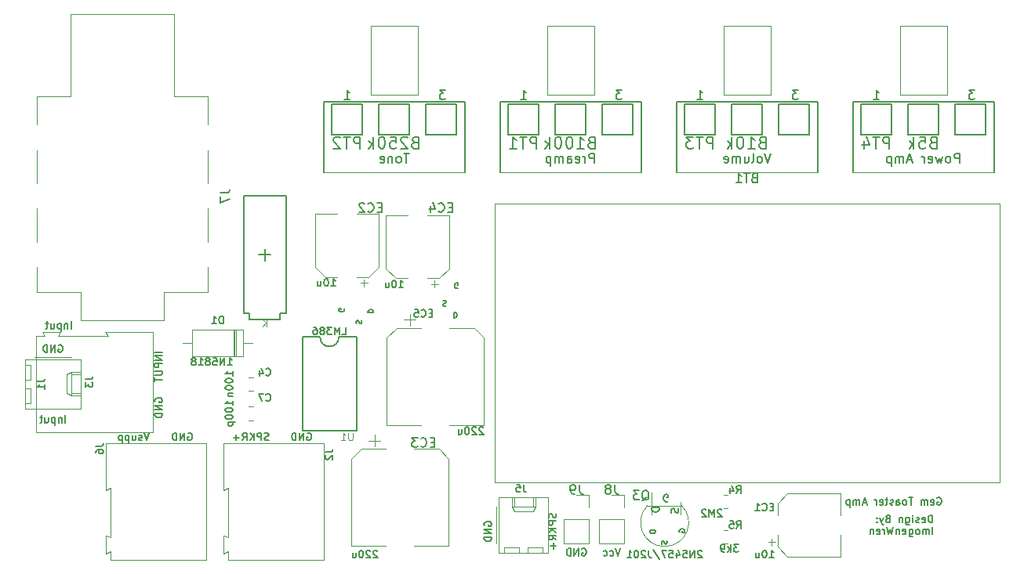
<source format=gbr>
%TF.GenerationSoftware,KiCad,Pcbnew,(6.0.0)*%
%TF.CreationDate,2023-02-02T14:05:37+00:00*%
%TF.ProjectId,GemToasterAmp,47656d54-6f61-4737-9465-72416d702e6b,rev?*%
%TF.SameCoordinates,Original*%
%TF.FileFunction,Legend,Bot*%
%TF.FilePolarity,Positive*%
%FSLAX46Y46*%
G04 Gerber Fmt 4.6, Leading zero omitted, Abs format (unit mm)*
G04 Created by KiCad (PCBNEW (6.0.0)) date 2023-02-02 14:05:37*
%MOMM*%
%LPD*%
G01*
G04 APERTURE LIST*
%ADD10C,0.150000*%
%ADD11C,0.200000*%
%ADD12C,0.101600*%
%ADD13C,0.152400*%
%ADD14C,0.127000*%
%ADD15C,0.125000*%
%ADD16C,0.120000*%
G04 APERTURE END LIST*
D10*
X210532023Y-86077904D02*
X210532023Y-85277904D01*
X210341547Y-85277904D01*
X210227261Y-85316000D01*
X210151071Y-85392190D01*
X210112976Y-85468380D01*
X210074880Y-85620761D01*
X210074880Y-85735047D01*
X210112976Y-85887428D01*
X210151071Y-85963619D01*
X210227261Y-86039809D01*
X210341547Y-86077904D01*
X210532023Y-86077904D01*
X209427261Y-86039809D02*
X209503452Y-86077904D01*
X209655833Y-86077904D01*
X209732023Y-86039809D01*
X209770119Y-85963619D01*
X209770119Y-85658857D01*
X209732023Y-85582666D01*
X209655833Y-85544571D01*
X209503452Y-85544571D01*
X209427261Y-85582666D01*
X209389166Y-85658857D01*
X209389166Y-85735047D01*
X209770119Y-85811238D01*
X209084404Y-86039809D02*
X209008214Y-86077904D01*
X208855833Y-86077904D01*
X208779642Y-86039809D01*
X208741547Y-85963619D01*
X208741547Y-85925523D01*
X208779642Y-85849333D01*
X208855833Y-85811238D01*
X208970119Y-85811238D01*
X209046309Y-85773142D01*
X209084404Y-85696952D01*
X209084404Y-85658857D01*
X209046309Y-85582666D01*
X208970119Y-85544571D01*
X208855833Y-85544571D01*
X208779642Y-85582666D01*
X208398690Y-86077904D02*
X208398690Y-85544571D01*
X208398690Y-85277904D02*
X208436785Y-85316000D01*
X208398690Y-85354095D01*
X208360595Y-85316000D01*
X208398690Y-85277904D01*
X208398690Y-85354095D01*
X207674880Y-85544571D02*
X207674880Y-86192190D01*
X207712976Y-86268380D01*
X207751071Y-86306476D01*
X207827261Y-86344571D01*
X207941547Y-86344571D01*
X208017738Y-86306476D01*
X207674880Y-86039809D02*
X207751071Y-86077904D01*
X207903452Y-86077904D01*
X207979642Y-86039809D01*
X208017738Y-86001714D01*
X208055833Y-85925523D01*
X208055833Y-85696952D01*
X208017738Y-85620761D01*
X207979642Y-85582666D01*
X207903452Y-85544571D01*
X207751071Y-85544571D01*
X207674880Y-85582666D01*
X207293928Y-85544571D02*
X207293928Y-86077904D01*
X207293928Y-85620761D02*
X207255833Y-85582666D01*
X207179642Y-85544571D01*
X207065357Y-85544571D01*
X206989166Y-85582666D01*
X206951071Y-85658857D01*
X206951071Y-86077904D01*
X205693928Y-85658857D02*
X205579642Y-85696952D01*
X205541547Y-85735047D01*
X205503452Y-85811238D01*
X205503452Y-85925523D01*
X205541547Y-86001714D01*
X205579642Y-86039809D01*
X205655833Y-86077904D01*
X205960595Y-86077904D01*
X205960595Y-85277904D01*
X205693928Y-85277904D01*
X205617738Y-85316000D01*
X205579642Y-85354095D01*
X205541547Y-85430285D01*
X205541547Y-85506476D01*
X205579642Y-85582666D01*
X205617738Y-85620761D01*
X205693928Y-85658857D01*
X205960595Y-85658857D01*
X205236785Y-85544571D02*
X205046309Y-86077904D01*
X204855833Y-85544571D02*
X205046309Y-86077904D01*
X205122500Y-86268380D01*
X205160595Y-86306476D01*
X205236785Y-86344571D01*
X204551071Y-86001714D02*
X204512976Y-86039809D01*
X204551071Y-86077904D01*
X204589166Y-86039809D01*
X204551071Y-86001714D01*
X204551071Y-86077904D01*
X204551071Y-85582666D02*
X204512976Y-85620761D01*
X204551071Y-85658857D01*
X204589166Y-85620761D01*
X204551071Y-85582666D01*
X204551071Y-85658857D01*
X210532023Y-87365904D02*
X210532023Y-86565904D01*
X210151071Y-87365904D02*
X210151071Y-86832571D01*
X210151071Y-86908761D02*
X210112976Y-86870666D01*
X210036785Y-86832571D01*
X209922500Y-86832571D01*
X209846309Y-86870666D01*
X209808214Y-86946857D01*
X209808214Y-87365904D01*
X209808214Y-86946857D02*
X209770119Y-86870666D01*
X209693928Y-86832571D01*
X209579642Y-86832571D01*
X209503452Y-86870666D01*
X209465357Y-86946857D01*
X209465357Y-87365904D01*
X208970119Y-87365904D02*
X209046309Y-87327809D01*
X209084404Y-87289714D01*
X209122500Y-87213523D01*
X209122500Y-86984952D01*
X209084404Y-86908761D01*
X209046309Y-86870666D01*
X208970119Y-86832571D01*
X208855833Y-86832571D01*
X208779642Y-86870666D01*
X208741547Y-86908761D01*
X208703452Y-86984952D01*
X208703452Y-87213523D01*
X208741547Y-87289714D01*
X208779642Y-87327809D01*
X208855833Y-87365904D01*
X208970119Y-87365904D01*
X208017738Y-86832571D02*
X208017738Y-87480190D01*
X208055833Y-87556380D01*
X208093928Y-87594476D01*
X208170119Y-87632571D01*
X208284404Y-87632571D01*
X208360595Y-87594476D01*
X208017738Y-87327809D02*
X208093928Y-87365904D01*
X208246309Y-87365904D01*
X208322500Y-87327809D01*
X208360595Y-87289714D01*
X208398690Y-87213523D01*
X208398690Y-86984952D01*
X208360595Y-86908761D01*
X208322500Y-86870666D01*
X208246309Y-86832571D01*
X208093928Y-86832571D01*
X208017738Y-86870666D01*
X207332023Y-87327809D02*
X207408214Y-87365904D01*
X207560595Y-87365904D01*
X207636785Y-87327809D01*
X207674880Y-87251619D01*
X207674880Y-86946857D01*
X207636785Y-86870666D01*
X207560595Y-86832571D01*
X207408214Y-86832571D01*
X207332023Y-86870666D01*
X207293928Y-86946857D01*
X207293928Y-87023047D01*
X207674880Y-87099238D01*
X206951071Y-86832571D02*
X206951071Y-87365904D01*
X206951071Y-86908761D02*
X206912976Y-86870666D01*
X206836785Y-86832571D01*
X206722500Y-86832571D01*
X206646309Y-86870666D01*
X206608214Y-86946857D01*
X206608214Y-87365904D01*
X206303452Y-86565904D02*
X206112976Y-87365904D01*
X205960595Y-86794476D01*
X205808214Y-87365904D01*
X205617738Y-86565904D01*
X205312976Y-87365904D02*
X205312976Y-86832571D01*
X205312976Y-86984952D02*
X205274880Y-86908761D01*
X205236785Y-86870666D01*
X205160595Y-86832571D01*
X205084404Y-86832571D01*
X204512976Y-87327809D02*
X204589166Y-87365904D01*
X204741547Y-87365904D01*
X204817738Y-87327809D01*
X204855833Y-87251619D01*
X204855833Y-86946857D01*
X204817738Y-86870666D01*
X204741547Y-86832571D01*
X204589166Y-86832571D01*
X204512976Y-86870666D01*
X204474880Y-86946857D01*
X204474880Y-87023047D01*
X204855833Y-87099238D01*
X204132023Y-86832571D02*
X204132023Y-87365904D01*
X204132023Y-86908761D02*
X204093928Y-86870666D01*
X204017738Y-86832571D01*
X203903452Y-86832571D01*
X203827261Y-86870666D01*
X203789166Y-86946857D01*
X203789166Y-87365904D01*
D11*
X211060714Y-83420000D02*
X211136904Y-83381904D01*
X211251190Y-83381904D01*
X211365476Y-83420000D01*
X211441666Y-83496190D01*
X211479761Y-83572380D01*
X211517857Y-83724761D01*
X211517857Y-83839047D01*
X211479761Y-83991428D01*
X211441666Y-84067619D01*
X211365476Y-84143809D01*
X211251190Y-84181904D01*
X211175000Y-84181904D01*
X211060714Y-84143809D01*
X211022619Y-84105714D01*
X211022619Y-83839047D01*
X211175000Y-83839047D01*
X210375000Y-84143809D02*
X210451190Y-84181904D01*
X210603571Y-84181904D01*
X210679761Y-84143809D01*
X210717857Y-84067619D01*
X210717857Y-83762857D01*
X210679761Y-83686666D01*
X210603571Y-83648571D01*
X210451190Y-83648571D01*
X210375000Y-83686666D01*
X210336904Y-83762857D01*
X210336904Y-83839047D01*
X210717857Y-83915238D01*
X209994047Y-84181904D02*
X209994047Y-83648571D01*
X209994047Y-83724761D02*
X209955952Y-83686666D01*
X209879761Y-83648571D01*
X209765476Y-83648571D01*
X209689285Y-83686666D01*
X209651190Y-83762857D01*
X209651190Y-84181904D01*
X209651190Y-83762857D02*
X209613095Y-83686666D01*
X209536904Y-83648571D01*
X209422619Y-83648571D01*
X209346428Y-83686666D01*
X209308333Y-83762857D01*
X209308333Y-84181904D01*
X208432142Y-83381904D02*
X207975000Y-83381904D01*
X208203571Y-84181904D02*
X208203571Y-83381904D01*
X207594047Y-84181904D02*
X207670238Y-84143809D01*
X207708333Y-84105714D01*
X207746428Y-84029523D01*
X207746428Y-83800952D01*
X207708333Y-83724761D01*
X207670238Y-83686666D01*
X207594047Y-83648571D01*
X207479761Y-83648571D01*
X207403571Y-83686666D01*
X207365476Y-83724761D01*
X207327380Y-83800952D01*
X207327380Y-84029523D01*
X207365476Y-84105714D01*
X207403571Y-84143809D01*
X207479761Y-84181904D01*
X207594047Y-84181904D01*
X206641666Y-84181904D02*
X206641666Y-83762857D01*
X206679761Y-83686666D01*
X206755952Y-83648571D01*
X206908333Y-83648571D01*
X206984523Y-83686666D01*
X206641666Y-84143809D02*
X206717857Y-84181904D01*
X206908333Y-84181904D01*
X206984523Y-84143809D01*
X207022619Y-84067619D01*
X207022619Y-83991428D01*
X206984523Y-83915238D01*
X206908333Y-83877142D01*
X206717857Y-83877142D01*
X206641666Y-83839047D01*
X206298809Y-84143809D02*
X206222619Y-84181904D01*
X206070238Y-84181904D01*
X205994047Y-84143809D01*
X205955952Y-84067619D01*
X205955952Y-84029523D01*
X205994047Y-83953333D01*
X206070238Y-83915238D01*
X206184523Y-83915238D01*
X206260714Y-83877142D01*
X206298809Y-83800952D01*
X206298809Y-83762857D01*
X206260714Y-83686666D01*
X206184523Y-83648571D01*
X206070238Y-83648571D01*
X205994047Y-83686666D01*
X205727380Y-83648571D02*
X205422619Y-83648571D01*
X205613095Y-83381904D02*
X205613095Y-84067619D01*
X205575000Y-84143809D01*
X205498809Y-84181904D01*
X205422619Y-84181904D01*
X204851190Y-84143809D02*
X204927380Y-84181904D01*
X205079761Y-84181904D01*
X205155952Y-84143809D01*
X205194047Y-84067619D01*
X205194047Y-83762857D01*
X205155952Y-83686666D01*
X205079761Y-83648571D01*
X204927380Y-83648571D01*
X204851190Y-83686666D01*
X204813095Y-83762857D01*
X204813095Y-83839047D01*
X205194047Y-83915238D01*
X204470238Y-84181904D02*
X204470238Y-83648571D01*
X204470238Y-83800952D02*
X204432142Y-83724761D01*
X204394047Y-83686666D01*
X204317857Y-83648571D01*
X204241666Y-83648571D01*
X203403571Y-83953333D02*
X203022619Y-83953333D01*
X203479761Y-84181904D02*
X203213095Y-83381904D01*
X202946428Y-84181904D01*
X202679761Y-84181904D02*
X202679761Y-83648571D01*
X202679761Y-83724761D02*
X202641666Y-83686666D01*
X202565476Y-83648571D01*
X202451190Y-83648571D01*
X202375000Y-83686666D01*
X202336904Y-83762857D01*
X202336904Y-84181904D01*
X202336904Y-83762857D02*
X202298809Y-83686666D01*
X202222619Y-83648571D01*
X202108333Y-83648571D01*
X202032142Y-83686666D01*
X201994047Y-83762857D01*
X201994047Y-84181904D01*
X201613095Y-83648571D02*
X201613095Y-84448571D01*
X201613095Y-83686666D02*
X201536904Y-83648571D01*
X201384523Y-83648571D01*
X201308333Y-83686666D01*
X201270238Y-83724761D01*
X201232142Y-83800952D01*
X201232142Y-84029523D01*
X201270238Y-84105714D01*
X201308333Y-84143809D01*
X201384523Y-84181904D01*
X201536904Y-84181904D01*
X201613095Y-84143809D01*
D12*
%TO.C,U1*%
X147929523Y-76396904D02*
X147929523Y-77044523D01*
X147891428Y-77120714D01*
X147853333Y-77158809D01*
X147777142Y-77196904D01*
X147624761Y-77196904D01*
X147548571Y-77158809D01*
X147510476Y-77120714D01*
X147472380Y-77044523D01*
X147472380Y-76396904D01*
X146672380Y-77196904D02*
X147129523Y-77196904D01*
X146900952Y-77196904D02*
X146900952Y-76396904D01*
X146977142Y-76511190D01*
X147053333Y-76587380D01*
X147129523Y-76625476D01*
D10*
X146767380Y-65766904D02*
X147148333Y-65766904D01*
X147148333Y-64966904D01*
X146500714Y-65766904D02*
X146500714Y-64966904D01*
X146234047Y-65538333D01*
X145967380Y-64966904D01*
X145967380Y-65766904D01*
X145662619Y-64966904D02*
X145167380Y-64966904D01*
X145434047Y-65271666D01*
X145319761Y-65271666D01*
X145243571Y-65309761D01*
X145205476Y-65347857D01*
X145167380Y-65424047D01*
X145167380Y-65614523D01*
X145205476Y-65690714D01*
X145243571Y-65728809D01*
X145319761Y-65766904D01*
X145548333Y-65766904D01*
X145624523Y-65728809D01*
X145662619Y-65690714D01*
X144710238Y-65309761D02*
X144786428Y-65271666D01*
X144824523Y-65233571D01*
X144862619Y-65157380D01*
X144862619Y-65119285D01*
X144824523Y-65043095D01*
X144786428Y-65005000D01*
X144710238Y-64966904D01*
X144557857Y-64966904D01*
X144481666Y-65005000D01*
X144443571Y-65043095D01*
X144405476Y-65119285D01*
X144405476Y-65157380D01*
X144443571Y-65233571D01*
X144481666Y-65271666D01*
X144557857Y-65309761D01*
X144710238Y-65309761D01*
X144786428Y-65347857D01*
X144824523Y-65385952D01*
X144862619Y-65462142D01*
X144862619Y-65614523D01*
X144824523Y-65690714D01*
X144786428Y-65728809D01*
X144710238Y-65766904D01*
X144557857Y-65766904D01*
X144481666Y-65728809D01*
X144443571Y-65690714D01*
X144405476Y-65614523D01*
X144405476Y-65462142D01*
X144443571Y-65385952D01*
X144481666Y-65347857D01*
X144557857Y-65309761D01*
X143719761Y-64966904D02*
X143872142Y-64966904D01*
X143948333Y-65005000D01*
X143986428Y-65043095D01*
X144062619Y-65157380D01*
X144100714Y-65309761D01*
X144100714Y-65614523D01*
X144062619Y-65690714D01*
X144024523Y-65728809D01*
X143948333Y-65766904D01*
X143795952Y-65766904D01*
X143719761Y-65728809D01*
X143681666Y-65690714D01*
X143643571Y-65614523D01*
X143643571Y-65424047D01*
X143681666Y-65347857D01*
X143719761Y-65309761D01*
X143795952Y-65271666D01*
X143948333Y-65271666D01*
X144024523Y-65309761D01*
X144062619Y-65347857D01*
X144100714Y-65424047D01*
D13*
%TO.C,PT1*%
X167791190Y-45659523D02*
X167791190Y-44389523D01*
X167307380Y-44389523D01*
X167186428Y-44450000D01*
X167125952Y-44510476D01*
X167065476Y-44631428D01*
X167065476Y-44812857D01*
X167125952Y-44933809D01*
X167186428Y-44994285D01*
X167307380Y-45054761D01*
X167791190Y-45054761D01*
X166702619Y-44389523D02*
X165976904Y-44389523D01*
X166339761Y-45659523D02*
X166339761Y-44389523D01*
X164888333Y-45659523D02*
X165614047Y-45659523D01*
X165251190Y-45659523D02*
X165251190Y-44389523D01*
X165372142Y-44570952D01*
X165493095Y-44691904D01*
X165614047Y-44752380D01*
D10*
X173687619Y-44994285D02*
X173506190Y-45054761D01*
X173445714Y-45115238D01*
X173385238Y-45236190D01*
X173385238Y-45417619D01*
X173445714Y-45538571D01*
X173506190Y-45599047D01*
X173627142Y-45659523D01*
X174110952Y-45659523D01*
X174110952Y-44389523D01*
X173687619Y-44389523D01*
X173566666Y-44450000D01*
X173506190Y-44510476D01*
X173445714Y-44631428D01*
X173445714Y-44752380D01*
X173506190Y-44873333D01*
X173566666Y-44933809D01*
X173687619Y-44994285D01*
X174110952Y-44994285D01*
X172175714Y-45659523D02*
X172901428Y-45659523D01*
X172538571Y-45659523D02*
X172538571Y-44389523D01*
X172659523Y-44570952D01*
X172780476Y-44691904D01*
X172901428Y-44752380D01*
X171389523Y-44389523D02*
X171268571Y-44389523D01*
X171147619Y-44450000D01*
X171087142Y-44510476D01*
X171026666Y-44631428D01*
X170966190Y-44873333D01*
X170966190Y-45175714D01*
X171026666Y-45417619D01*
X171087142Y-45538571D01*
X171147619Y-45599047D01*
X171268571Y-45659523D01*
X171389523Y-45659523D01*
X171510476Y-45599047D01*
X171570952Y-45538571D01*
X171631428Y-45417619D01*
X171691904Y-45175714D01*
X171691904Y-44873333D01*
X171631428Y-44631428D01*
X171570952Y-44510476D01*
X171510476Y-44450000D01*
X171389523Y-44389523D01*
X170180000Y-44389523D02*
X170059047Y-44389523D01*
X169938095Y-44450000D01*
X169877619Y-44510476D01*
X169817142Y-44631428D01*
X169756666Y-44873333D01*
X169756666Y-45175714D01*
X169817142Y-45417619D01*
X169877619Y-45538571D01*
X169938095Y-45599047D01*
X170059047Y-45659523D01*
X170180000Y-45659523D01*
X170300952Y-45599047D01*
X170361428Y-45538571D01*
X170421904Y-45417619D01*
X170482380Y-45175714D01*
X170482380Y-44873333D01*
X170421904Y-44631428D01*
X170361428Y-44510476D01*
X170300952Y-44450000D01*
X170180000Y-44389523D01*
X169212380Y-45659523D02*
X169212380Y-44389523D01*
X169091428Y-45175714D02*
X168728571Y-45659523D01*
X168728571Y-44812857D02*
X169212380Y-45296666D01*
D14*
X176995666Y-39321619D02*
X176366714Y-39321619D01*
X176705380Y-39708666D01*
X176560238Y-39708666D01*
X176463476Y-39757047D01*
X176415095Y-39805428D01*
X176366714Y-39902190D01*
X176366714Y-40144095D01*
X176415095Y-40240857D01*
X176463476Y-40289238D01*
X176560238Y-40337619D01*
X176850523Y-40337619D01*
X176947285Y-40289238D01*
X176995666Y-40240857D01*
X166079714Y-40337619D02*
X166660285Y-40337619D01*
X166370000Y-40337619D02*
X166370000Y-39321619D01*
X166466761Y-39466761D01*
X166563523Y-39563523D01*
X166660285Y-39611904D01*
D10*
X174021428Y-47188380D02*
X174021428Y-46188380D01*
X173640476Y-46188380D01*
X173545238Y-46236000D01*
X173497619Y-46283619D01*
X173450000Y-46378857D01*
X173450000Y-46521714D01*
X173497619Y-46616952D01*
X173545238Y-46664571D01*
X173640476Y-46712190D01*
X174021428Y-46712190D01*
X173021428Y-47188380D02*
X173021428Y-46521714D01*
X173021428Y-46712190D02*
X172973809Y-46616952D01*
X172926190Y-46569333D01*
X172830952Y-46521714D01*
X172735714Y-46521714D01*
X172021428Y-47140761D02*
X172116666Y-47188380D01*
X172307142Y-47188380D01*
X172402380Y-47140761D01*
X172450000Y-47045523D01*
X172450000Y-46664571D01*
X172402380Y-46569333D01*
X172307142Y-46521714D01*
X172116666Y-46521714D01*
X172021428Y-46569333D01*
X171973809Y-46664571D01*
X171973809Y-46759809D01*
X172450000Y-46855047D01*
X171116666Y-47188380D02*
X171116666Y-46664571D01*
X171164285Y-46569333D01*
X171259523Y-46521714D01*
X171450000Y-46521714D01*
X171545238Y-46569333D01*
X171116666Y-47140761D02*
X171211904Y-47188380D01*
X171450000Y-47188380D01*
X171545238Y-47140761D01*
X171592857Y-47045523D01*
X171592857Y-46950285D01*
X171545238Y-46855047D01*
X171450000Y-46807428D01*
X171211904Y-46807428D01*
X171116666Y-46759809D01*
X170640476Y-47188380D02*
X170640476Y-46521714D01*
X170640476Y-46616952D02*
X170592857Y-46569333D01*
X170497619Y-46521714D01*
X170354761Y-46521714D01*
X170259523Y-46569333D01*
X170211904Y-46664571D01*
X170211904Y-47188380D01*
X170211904Y-46664571D02*
X170164285Y-46569333D01*
X170069047Y-46521714D01*
X169926190Y-46521714D01*
X169830952Y-46569333D01*
X169783333Y-46664571D01*
X169783333Y-47188380D01*
X169307142Y-46521714D02*
X169307142Y-47521714D01*
X169307142Y-46569333D02*
X169211904Y-46521714D01*
X169021428Y-46521714D01*
X168926190Y-46569333D01*
X168878571Y-46616952D01*
X168830952Y-46712190D01*
X168830952Y-46997904D01*
X168878571Y-47093142D01*
X168926190Y-47140761D01*
X169021428Y-47188380D01*
X169211904Y-47188380D01*
X169307142Y-47140761D01*
D13*
%TO.C,PT3*%
X186841190Y-45659523D02*
X186841190Y-44389523D01*
X186357380Y-44389523D01*
X186236428Y-44450000D01*
X186175952Y-44510476D01*
X186115476Y-44631428D01*
X186115476Y-44812857D01*
X186175952Y-44933809D01*
X186236428Y-44994285D01*
X186357380Y-45054761D01*
X186841190Y-45054761D01*
X185752619Y-44389523D02*
X185026904Y-44389523D01*
X185389761Y-45659523D02*
X185389761Y-44389523D01*
X184724523Y-44389523D02*
X183938333Y-44389523D01*
X184361666Y-44873333D01*
X184180238Y-44873333D01*
X184059285Y-44933809D01*
X183998809Y-44994285D01*
X183938333Y-45115238D01*
X183938333Y-45417619D01*
X183998809Y-45538571D01*
X184059285Y-45599047D01*
X184180238Y-45659523D01*
X184543095Y-45659523D01*
X184664047Y-45599047D01*
X184724523Y-45538571D01*
D10*
X192132857Y-44994285D02*
X191951428Y-45054761D01*
X191890952Y-45115238D01*
X191830476Y-45236190D01*
X191830476Y-45417619D01*
X191890952Y-45538571D01*
X191951428Y-45599047D01*
X192072380Y-45659523D01*
X192556190Y-45659523D01*
X192556190Y-44389523D01*
X192132857Y-44389523D01*
X192011904Y-44450000D01*
X191951428Y-44510476D01*
X191890952Y-44631428D01*
X191890952Y-44752380D01*
X191951428Y-44873333D01*
X192011904Y-44933809D01*
X192132857Y-44994285D01*
X192556190Y-44994285D01*
X190620952Y-45659523D02*
X191346666Y-45659523D01*
X190983809Y-45659523D02*
X190983809Y-44389523D01*
X191104761Y-44570952D01*
X191225714Y-44691904D01*
X191346666Y-44752380D01*
X189834761Y-44389523D02*
X189713809Y-44389523D01*
X189592857Y-44450000D01*
X189532380Y-44510476D01*
X189471904Y-44631428D01*
X189411428Y-44873333D01*
X189411428Y-45175714D01*
X189471904Y-45417619D01*
X189532380Y-45538571D01*
X189592857Y-45599047D01*
X189713809Y-45659523D01*
X189834761Y-45659523D01*
X189955714Y-45599047D01*
X190016190Y-45538571D01*
X190076666Y-45417619D01*
X190137142Y-45175714D01*
X190137142Y-44873333D01*
X190076666Y-44631428D01*
X190016190Y-44510476D01*
X189955714Y-44450000D01*
X189834761Y-44389523D01*
X188867142Y-45659523D02*
X188867142Y-44389523D01*
X188746190Y-45175714D02*
X188383333Y-45659523D01*
X188383333Y-44812857D02*
X188867142Y-45296666D01*
D14*
X196045666Y-39321619D02*
X195416714Y-39321619D01*
X195755380Y-39708666D01*
X195610238Y-39708666D01*
X195513476Y-39757047D01*
X195465095Y-39805428D01*
X195416714Y-39902190D01*
X195416714Y-40144095D01*
X195465095Y-40240857D01*
X195513476Y-40289238D01*
X195610238Y-40337619D01*
X195900523Y-40337619D01*
X195997285Y-40289238D01*
X196045666Y-40240857D01*
X185129714Y-40337619D02*
X185710285Y-40337619D01*
X185420000Y-40337619D02*
X185420000Y-39321619D01*
X185516761Y-39466761D01*
X185613523Y-39563523D01*
X185710285Y-39611904D01*
D10*
X193095238Y-46188380D02*
X192761904Y-47188380D01*
X192428571Y-46188380D01*
X191952380Y-47188380D02*
X192047619Y-47140761D01*
X192095238Y-47093142D01*
X192142857Y-46997904D01*
X192142857Y-46712190D01*
X192095238Y-46616952D01*
X192047619Y-46569333D01*
X191952380Y-46521714D01*
X191809523Y-46521714D01*
X191714285Y-46569333D01*
X191666666Y-46616952D01*
X191619047Y-46712190D01*
X191619047Y-46997904D01*
X191666666Y-47093142D01*
X191714285Y-47140761D01*
X191809523Y-47188380D01*
X191952380Y-47188380D01*
X191047619Y-47188380D02*
X191142857Y-47140761D01*
X191190476Y-47045523D01*
X191190476Y-46188380D01*
X190238095Y-46521714D02*
X190238095Y-47188380D01*
X190666666Y-46521714D02*
X190666666Y-47045523D01*
X190619047Y-47140761D01*
X190523809Y-47188380D01*
X190380952Y-47188380D01*
X190285714Y-47140761D01*
X190238095Y-47093142D01*
X189761904Y-47188380D02*
X189761904Y-46521714D01*
X189761904Y-46616952D02*
X189714285Y-46569333D01*
X189619047Y-46521714D01*
X189476190Y-46521714D01*
X189380952Y-46569333D01*
X189333333Y-46664571D01*
X189333333Y-47188380D01*
X189333333Y-46664571D02*
X189285714Y-46569333D01*
X189190476Y-46521714D01*
X189047619Y-46521714D01*
X188952380Y-46569333D01*
X188904761Y-46664571D01*
X188904761Y-47188380D01*
X188047619Y-47140761D02*
X188142857Y-47188380D01*
X188333333Y-47188380D01*
X188428571Y-47140761D01*
X188476190Y-47045523D01*
X188476190Y-46664571D01*
X188428571Y-46569333D01*
X188333333Y-46521714D01*
X188142857Y-46521714D01*
X188047619Y-46569333D01*
X188000000Y-46664571D01*
X188000000Y-46759809D01*
X188476190Y-46855047D01*
D13*
%TO.C,PT4*%
X205891190Y-45659523D02*
X205891190Y-44389523D01*
X205407380Y-44389523D01*
X205286428Y-44450000D01*
X205225952Y-44510476D01*
X205165476Y-44631428D01*
X205165476Y-44812857D01*
X205225952Y-44933809D01*
X205286428Y-44994285D01*
X205407380Y-45054761D01*
X205891190Y-45054761D01*
X204802619Y-44389523D02*
X204076904Y-44389523D01*
X204439761Y-45659523D02*
X204439761Y-44389523D01*
X203109285Y-44812857D02*
X203109285Y-45659523D01*
X203411666Y-44329047D02*
X203714047Y-45236190D01*
X202927857Y-45236190D01*
D10*
X210578095Y-44994285D02*
X210396666Y-45054761D01*
X210336190Y-45115238D01*
X210275714Y-45236190D01*
X210275714Y-45417619D01*
X210336190Y-45538571D01*
X210396666Y-45599047D01*
X210517619Y-45659523D01*
X211001428Y-45659523D01*
X211001428Y-44389523D01*
X210578095Y-44389523D01*
X210457142Y-44450000D01*
X210396666Y-44510476D01*
X210336190Y-44631428D01*
X210336190Y-44752380D01*
X210396666Y-44873333D01*
X210457142Y-44933809D01*
X210578095Y-44994285D01*
X211001428Y-44994285D01*
X209126666Y-44389523D02*
X209731428Y-44389523D01*
X209791904Y-44994285D01*
X209731428Y-44933809D01*
X209610476Y-44873333D01*
X209308095Y-44873333D01*
X209187142Y-44933809D01*
X209126666Y-44994285D01*
X209066190Y-45115238D01*
X209066190Y-45417619D01*
X209126666Y-45538571D01*
X209187142Y-45599047D01*
X209308095Y-45659523D01*
X209610476Y-45659523D01*
X209731428Y-45599047D01*
X209791904Y-45538571D01*
X208521904Y-45659523D02*
X208521904Y-44389523D01*
X208400952Y-45175714D02*
X208038095Y-45659523D01*
X208038095Y-44812857D02*
X208521904Y-45296666D01*
D14*
X215095666Y-39321619D02*
X214466714Y-39321619D01*
X214805380Y-39708666D01*
X214660238Y-39708666D01*
X214563476Y-39757047D01*
X214515095Y-39805428D01*
X214466714Y-39902190D01*
X214466714Y-40144095D01*
X214515095Y-40240857D01*
X214563476Y-40289238D01*
X214660238Y-40337619D01*
X214950523Y-40337619D01*
X215047285Y-40289238D01*
X215095666Y-40240857D01*
X204179714Y-40337619D02*
X204760285Y-40337619D01*
X204470000Y-40337619D02*
X204470000Y-39321619D01*
X204566761Y-39466761D01*
X204663523Y-39563523D01*
X204760285Y-39611904D01*
D10*
X213454761Y-47188380D02*
X213454761Y-46188380D01*
X213073809Y-46188380D01*
X212978571Y-46236000D01*
X212930952Y-46283619D01*
X212883333Y-46378857D01*
X212883333Y-46521714D01*
X212930952Y-46616952D01*
X212978571Y-46664571D01*
X213073809Y-46712190D01*
X213454761Y-46712190D01*
X212311904Y-47188380D02*
X212407142Y-47140761D01*
X212454761Y-47093142D01*
X212502380Y-46997904D01*
X212502380Y-46712190D01*
X212454761Y-46616952D01*
X212407142Y-46569333D01*
X212311904Y-46521714D01*
X212169047Y-46521714D01*
X212073809Y-46569333D01*
X212026190Y-46616952D01*
X211978571Y-46712190D01*
X211978571Y-46997904D01*
X212026190Y-47093142D01*
X212073809Y-47140761D01*
X212169047Y-47188380D01*
X212311904Y-47188380D01*
X211645238Y-46521714D02*
X211454761Y-47188380D01*
X211264285Y-46712190D01*
X211073809Y-47188380D01*
X210883333Y-46521714D01*
X210121428Y-47140761D02*
X210216666Y-47188380D01*
X210407142Y-47188380D01*
X210502380Y-47140761D01*
X210550000Y-47045523D01*
X210550000Y-46664571D01*
X210502380Y-46569333D01*
X210407142Y-46521714D01*
X210216666Y-46521714D01*
X210121428Y-46569333D01*
X210073809Y-46664571D01*
X210073809Y-46759809D01*
X210550000Y-46855047D01*
X209645238Y-47188380D02*
X209645238Y-46521714D01*
X209645238Y-46712190D02*
X209597619Y-46616952D01*
X209550000Y-46569333D01*
X209454761Y-46521714D01*
X209359523Y-46521714D01*
X208311904Y-46902666D02*
X207835714Y-46902666D01*
X208407142Y-47188380D02*
X208073809Y-46188380D01*
X207740476Y-47188380D01*
X207407142Y-47188380D02*
X207407142Y-46521714D01*
X207407142Y-46616952D02*
X207359523Y-46569333D01*
X207264285Y-46521714D01*
X207121428Y-46521714D01*
X207026190Y-46569333D01*
X206978571Y-46664571D01*
X206978571Y-47188380D01*
X206978571Y-46664571D02*
X206930952Y-46569333D01*
X206835714Y-46521714D01*
X206692857Y-46521714D01*
X206597619Y-46569333D01*
X206550000Y-46664571D01*
X206550000Y-47188380D01*
X206073809Y-46521714D02*
X206073809Y-47521714D01*
X206073809Y-46569333D02*
X205978571Y-46521714D01*
X205788095Y-46521714D01*
X205692857Y-46569333D01*
X205645238Y-46616952D01*
X205597619Y-46712190D01*
X205597619Y-46997904D01*
X205645238Y-47093142D01*
X205692857Y-47140761D01*
X205788095Y-47188380D01*
X205978571Y-47188380D01*
X206073809Y-47140761D01*
D13*
%TO.C,PT2*%
X148741190Y-45659523D02*
X148741190Y-44389523D01*
X148257380Y-44389523D01*
X148136428Y-44450000D01*
X148075952Y-44510476D01*
X148015476Y-44631428D01*
X148015476Y-44812857D01*
X148075952Y-44933809D01*
X148136428Y-44994285D01*
X148257380Y-45054761D01*
X148741190Y-45054761D01*
X147652619Y-44389523D02*
X146926904Y-44389523D01*
X147289761Y-45659523D02*
X147289761Y-44389523D01*
X146564047Y-44510476D02*
X146503571Y-44450000D01*
X146382619Y-44389523D01*
X146080238Y-44389523D01*
X145959285Y-44450000D01*
X145898809Y-44510476D01*
X145838333Y-44631428D01*
X145838333Y-44752380D01*
X145898809Y-44933809D01*
X146624523Y-45659523D01*
X145838333Y-45659523D01*
D10*
X154637619Y-44994285D02*
X154456190Y-45054761D01*
X154395714Y-45115238D01*
X154335238Y-45236190D01*
X154335238Y-45417619D01*
X154395714Y-45538571D01*
X154456190Y-45599047D01*
X154577142Y-45659523D01*
X155060952Y-45659523D01*
X155060952Y-44389523D01*
X154637619Y-44389523D01*
X154516666Y-44450000D01*
X154456190Y-44510476D01*
X154395714Y-44631428D01*
X154395714Y-44752380D01*
X154456190Y-44873333D01*
X154516666Y-44933809D01*
X154637619Y-44994285D01*
X155060952Y-44994285D01*
X153851428Y-44510476D02*
X153790952Y-44450000D01*
X153670000Y-44389523D01*
X153367619Y-44389523D01*
X153246666Y-44450000D01*
X153186190Y-44510476D01*
X153125714Y-44631428D01*
X153125714Y-44752380D01*
X153186190Y-44933809D01*
X153911904Y-45659523D01*
X153125714Y-45659523D01*
X151976666Y-44389523D02*
X152581428Y-44389523D01*
X152641904Y-44994285D01*
X152581428Y-44933809D01*
X152460476Y-44873333D01*
X152158095Y-44873333D01*
X152037142Y-44933809D01*
X151976666Y-44994285D01*
X151916190Y-45115238D01*
X151916190Y-45417619D01*
X151976666Y-45538571D01*
X152037142Y-45599047D01*
X152158095Y-45659523D01*
X152460476Y-45659523D01*
X152581428Y-45599047D01*
X152641904Y-45538571D01*
X151130000Y-44389523D02*
X151009047Y-44389523D01*
X150888095Y-44450000D01*
X150827619Y-44510476D01*
X150767142Y-44631428D01*
X150706666Y-44873333D01*
X150706666Y-45175714D01*
X150767142Y-45417619D01*
X150827619Y-45538571D01*
X150888095Y-45599047D01*
X151009047Y-45659523D01*
X151130000Y-45659523D01*
X151250952Y-45599047D01*
X151311428Y-45538571D01*
X151371904Y-45417619D01*
X151432380Y-45175714D01*
X151432380Y-44873333D01*
X151371904Y-44631428D01*
X151311428Y-44510476D01*
X151250952Y-44450000D01*
X151130000Y-44389523D01*
X150162380Y-45659523D02*
X150162380Y-44389523D01*
X150041428Y-45175714D02*
X149678571Y-45659523D01*
X149678571Y-44812857D02*
X150162380Y-45296666D01*
D14*
X157945666Y-39321619D02*
X157316714Y-39321619D01*
X157655380Y-39708666D01*
X157510238Y-39708666D01*
X157413476Y-39757047D01*
X157365095Y-39805428D01*
X157316714Y-39902190D01*
X157316714Y-40144095D01*
X157365095Y-40240857D01*
X157413476Y-40289238D01*
X157510238Y-40337619D01*
X157800523Y-40337619D01*
X157897285Y-40289238D01*
X157945666Y-40240857D01*
X147029714Y-40337619D02*
X147610285Y-40337619D01*
X147320000Y-40337619D02*
X147320000Y-39321619D01*
X147416761Y-39466761D01*
X147513523Y-39563523D01*
X147610285Y-39611904D01*
D10*
X154019047Y-46188380D02*
X153447619Y-46188380D01*
X153733333Y-47188380D02*
X153733333Y-46188380D01*
X152971428Y-47188380D02*
X153066666Y-47140761D01*
X153114285Y-47093142D01*
X153161904Y-46997904D01*
X153161904Y-46712190D01*
X153114285Y-46616952D01*
X153066666Y-46569333D01*
X152971428Y-46521714D01*
X152828571Y-46521714D01*
X152733333Y-46569333D01*
X152685714Y-46616952D01*
X152638095Y-46712190D01*
X152638095Y-46997904D01*
X152685714Y-47093142D01*
X152733333Y-47140761D01*
X152828571Y-47188380D01*
X152971428Y-47188380D01*
X152209523Y-46521714D02*
X152209523Y-47188380D01*
X152209523Y-46616952D02*
X152161904Y-46569333D01*
X152066666Y-46521714D01*
X151923809Y-46521714D01*
X151828571Y-46569333D01*
X151780952Y-46664571D01*
X151780952Y-47188380D01*
X150923809Y-47140761D02*
X151019047Y-47188380D01*
X151209523Y-47188380D01*
X151304761Y-47140761D01*
X151352380Y-47045523D01*
X151352380Y-46664571D01*
X151304761Y-46569333D01*
X151209523Y-46521714D01*
X151019047Y-46521714D01*
X150923809Y-46569333D01*
X150876190Y-46664571D01*
X150876190Y-46759809D01*
X151352380Y-46855047D01*
%TO.C,Q2*%
X158846857Y-63355571D02*
X158846857Y-63955571D01*
X158989714Y-63955571D01*
X159075428Y-63927000D01*
X159132571Y-63869857D01*
X159161142Y-63812714D01*
X159189714Y-63698428D01*
X159189714Y-63612714D01*
X159161142Y-63498428D01*
X159132571Y-63441285D01*
X159075428Y-63384142D01*
X158989714Y-63355571D01*
X158846857Y-63355571D01*
X157689571Y-62114142D02*
X157775285Y-62085571D01*
X157918142Y-62085571D01*
X157975285Y-62114142D01*
X158003857Y-62142714D01*
X158032428Y-62199857D01*
X158032428Y-62257000D01*
X158003857Y-62314142D01*
X157975285Y-62342714D01*
X157918142Y-62371285D01*
X157803857Y-62399857D01*
X157746714Y-62428428D01*
X157718142Y-62457000D01*
X157689571Y-62514142D01*
X157689571Y-62571285D01*
X157718142Y-62628428D01*
X157746714Y-62657000D01*
X157803857Y-62685571D01*
X157946714Y-62685571D01*
X158032428Y-62657000D01*
X159288142Y-60752000D02*
X159231000Y-60780571D01*
X159145285Y-60780571D01*
X159059571Y-60752000D01*
X159002428Y-60694857D01*
X158973857Y-60637714D01*
X158945285Y-60523428D01*
X158945285Y-60437714D01*
X158973857Y-60323428D01*
X159002428Y-60266285D01*
X159059571Y-60209142D01*
X159145285Y-60180571D01*
X159202428Y-60180571D01*
X159288142Y-60209142D01*
X159316714Y-60237714D01*
X159316714Y-60437714D01*
X159202428Y-60437714D01*
%TO.C,Q1*%
X148347142Y-64560428D02*
X148318571Y-64474714D01*
X148318571Y-64331857D01*
X148347142Y-64274714D01*
X148375714Y-64246142D01*
X148432857Y-64217571D01*
X148490000Y-64217571D01*
X148547142Y-64246142D01*
X148575714Y-64274714D01*
X148604285Y-64331857D01*
X148632857Y-64446142D01*
X148661428Y-64503285D01*
X148690000Y-64531857D01*
X148747142Y-64560428D01*
X148804285Y-64560428D01*
X148861428Y-64531857D01*
X148890000Y-64503285D01*
X148918571Y-64446142D01*
X148918571Y-64303285D01*
X148890000Y-64217571D01*
X146985000Y-62961857D02*
X147013571Y-63019000D01*
X147013571Y-63104714D01*
X146985000Y-63190428D01*
X146927857Y-63247571D01*
X146870714Y-63276142D01*
X146756428Y-63304714D01*
X146670714Y-63304714D01*
X146556428Y-63276142D01*
X146499285Y-63247571D01*
X146442142Y-63190428D01*
X146413571Y-63104714D01*
X146413571Y-63047571D01*
X146442142Y-62961857D01*
X146470714Y-62933285D01*
X146670714Y-62933285D01*
X146670714Y-63047571D01*
X149588571Y-63403142D02*
X150188571Y-63403142D01*
X150188571Y-63260285D01*
X150160000Y-63174571D01*
X150102857Y-63117428D01*
X150045714Y-63088857D01*
X149931428Y-63060285D01*
X149845714Y-63060285D01*
X149731428Y-63088857D01*
X149674285Y-63117428D01*
X149617142Y-63174571D01*
X149588571Y-63260285D01*
X149588571Y-63403142D01*
%TO.C,J5*%
X166382666Y-81984904D02*
X166382666Y-82556333D01*
X166420761Y-82670619D01*
X166496952Y-82746809D01*
X166611238Y-82784904D01*
X166687428Y-82784904D01*
X165620761Y-81984904D02*
X166001714Y-81984904D01*
X166039809Y-82365857D01*
X166001714Y-82327761D01*
X165925523Y-82289666D01*
X165735047Y-82289666D01*
X165658857Y-82327761D01*
X165620761Y-82365857D01*
X165582666Y-82442047D01*
X165582666Y-82632523D01*
X165620761Y-82708714D01*
X165658857Y-82746809D01*
X165735047Y-82784904D01*
X165925523Y-82784904D01*
X166001714Y-82746809D01*
X166039809Y-82708714D01*
X169868809Y-85111190D02*
X169906904Y-85225476D01*
X169906904Y-85415952D01*
X169868809Y-85492142D01*
X169830714Y-85530238D01*
X169754523Y-85568333D01*
X169678333Y-85568333D01*
X169602142Y-85530238D01*
X169564047Y-85492142D01*
X169525952Y-85415952D01*
X169487857Y-85263571D01*
X169449761Y-85187380D01*
X169411666Y-85149285D01*
X169335476Y-85111190D01*
X169259285Y-85111190D01*
X169183095Y-85149285D01*
X169145000Y-85187380D01*
X169106904Y-85263571D01*
X169106904Y-85454047D01*
X169145000Y-85568333D01*
X169906904Y-85911190D02*
X169106904Y-85911190D01*
X169106904Y-86215952D01*
X169145000Y-86292142D01*
X169183095Y-86330238D01*
X169259285Y-86368333D01*
X169373571Y-86368333D01*
X169449761Y-86330238D01*
X169487857Y-86292142D01*
X169525952Y-86215952D01*
X169525952Y-85911190D01*
X169906904Y-86711190D02*
X169106904Y-86711190D01*
X169906904Y-87168333D02*
X169449761Y-86825476D01*
X169106904Y-87168333D02*
X169564047Y-86711190D01*
X169906904Y-87968333D02*
X169525952Y-87701666D01*
X169906904Y-87511190D02*
X169106904Y-87511190D01*
X169106904Y-87815952D01*
X169145000Y-87892142D01*
X169183095Y-87930238D01*
X169259285Y-87968333D01*
X169373571Y-87968333D01*
X169449761Y-87930238D01*
X169487857Y-87892142D01*
X169525952Y-87815952D01*
X169525952Y-87511190D01*
X169602142Y-88311190D02*
X169602142Y-88920714D01*
X169906904Y-88615952D02*
X169297380Y-88615952D01*
X162160000Y-86425476D02*
X162121904Y-86349285D01*
X162121904Y-86235000D01*
X162160000Y-86120714D01*
X162236190Y-86044523D01*
X162312380Y-86006428D01*
X162464761Y-85968333D01*
X162579047Y-85968333D01*
X162731428Y-86006428D01*
X162807619Y-86044523D01*
X162883809Y-86120714D01*
X162921904Y-86235000D01*
X162921904Y-86311190D01*
X162883809Y-86425476D01*
X162845714Y-86463571D01*
X162579047Y-86463571D01*
X162579047Y-86311190D01*
X162921904Y-86806428D02*
X162121904Y-86806428D01*
X162921904Y-87263571D01*
X162121904Y-87263571D01*
X162921904Y-87644523D02*
X162121904Y-87644523D01*
X162121904Y-87835000D01*
X162160000Y-87949285D01*
X162236190Y-88025476D01*
X162312380Y-88063571D01*
X162464761Y-88101666D01*
X162579047Y-88101666D01*
X162731428Y-88063571D01*
X162807619Y-88025476D01*
X162883809Y-87949285D01*
X162921904Y-87835000D01*
X162921904Y-87644523D01*
%TO.C,J8*%
X176228333Y-82002380D02*
X176228333Y-82716666D01*
X176275952Y-82859523D01*
X176371190Y-82954761D01*
X176514047Y-83002380D01*
X176609285Y-83002380D01*
X175609285Y-82430952D02*
X175704523Y-82383333D01*
X175752142Y-82335714D01*
X175799761Y-82240476D01*
X175799761Y-82192857D01*
X175752142Y-82097619D01*
X175704523Y-82050000D01*
X175609285Y-82002380D01*
X175418809Y-82002380D01*
X175323571Y-82050000D01*
X175275952Y-82097619D01*
X175228333Y-82192857D01*
X175228333Y-82240476D01*
X175275952Y-82335714D01*
X175323571Y-82383333D01*
X175418809Y-82430952D01*
X175609285Y-82430952D01*
X175704523Y-82478571D01*
X175752142Y-82526190D01*
X175799761Y-82621428D01*
X175799761Y-82811904D01*
X175752142Y-82907142D01*
X175704523Y-82954761D01*
X175609285Y-83002380D01*
X175418809Y-83002380D01*
X175323571Y-82954761D01*
X175275952Y-82907142D01*
X175228333Y-82811904D01*
X175228333Y-82621428D01*
X175275952Y-82526190D01*
X175323571Y-82478571D01*
X175418809Y-82430952D01*
X176847380Y-88886904D02*
X176580714Y-89686904D01*
X176314047Y-88886904D01*
X175704523Y-89648809D02*
X175780714Y-89686904D01*
X175933095Y-89686904D01*
X176009285Y-89648809D01*
X176047380Y-89610714D01*
X176085476Y-89534523D01*
X176085476Y-89305952D01*
X176047380Y-89229761D01*
X176009285Y-89191666D01*
X175933095Y-89153571D01*
X175780714Y-89153571D01*
X175704523Y-89191666D01*
X175018809Y-89648809D02*
X175095000Y-89686904D01*
X175247380Y-89686904D01*
X175323571Y-89648809D01*
X175361666Y-89610714D01*
X175399761Y-89534523D01*
X175399761Y-89305952D01*
X175361666Y-89229761D01*
X175323571Y-89191666D01*
X175247380Y-89153571D01*
X175095000Y-89153571D01*
X175018809Y-89191666D01*
%TO.C,J9*%
X172418333Y-82002380D02*
X172418333Y-82716666D01*
X172465952Y-82859523D01*
X172561190Y-82954761D01*
X172704047Y-83002380D01*
X172799285Y-83002380D01*
X171894523Y-83002380D02*
X171704047Y-83002380D01*
X171608809Y-82954761D01*
X171561190Y-82907142D01*
X171465952Y-82764285D01*
X171418333Y-82573809D01*
X171418333Y-82192857D01*
X171465952Y-82097619D01*
X171513571Y-82050000D01*
X171608809Y-82002380D01*
X171799285Y-82002380D01*
X171894523Y-82050000D01*
X171942142Y-82097619D01*
X171989761Y-82192857D01*
X171989761Y-82430952D01*
X171942142Y-82526190D01*
X171894523Y-82573809D01*
X171799285Y-82621428D01*
X171608809Y-82621428D01*
X171513571Y-82573809D01*
X171465952Y-82526190D01*
X171418333Y-82430952D01*
X172694523Y-88925000D02*
X172770714Y-88886904D01*
X172885000Y-88886904D01*
X172999285Y-88925000D01*
X173075476Y-89001190D01*
X173113571Y-89077380D01*
X173151666Y-89229761D01*
X173151666Y-89344047D01*
X173113571Y-89496428D01*
X173075476Y-89572619D01*
X172999285Y-89648809D01*
X172885000Y-89686904D01*
X172808809Y-89686904D01*
X172694523Y-89648809D01*
X172656428Y-89610714D01*
X172656428Y-89344047D01*
X172808809Y-89344047D01*
X172313571Y-89686904D02*
X172313571Y-88886904D01*
X171856428Y-89686904D01*
X171856428Y-88886904D01*
X171475476Y-89686904D02*
X171475476Y-88886904D01*
X171285000Y-88886904D01*
X171170714Y-88925000D01*
X171094523Y-89001190D01*
X171056428Y-89077380D01*
X171018333Y-89229761D01*
X171018333Y-89344047D01*
X171056428Y-89496428D01*
X171094523Y-89572619D01*
X171170714Y-89648809D01*
X171285000Y-89686904D01*
X171475476Y-89686904D01*
%TO.C,J3*%
X119068904Y-70599333D02*
X119640333Y-70599333D01*
X119754619Y-70561238D01*
X119830809Y-70485047D01*
X119868904Y-70370761D01*
X119868904Y-70294571D01*
X119068904Y-70904095D02*
X119068904Y-71399333D01*
X119373666Y-71132666D01*
X119373666Y-71246952D01*
X119411761Y-71323142D01*
X119449857Y-71361238D01*
X119526047Y-71399333D01*
X119716523Y-71399333D01*
X119792714Y-71361238D01*
X119830809Y-71323142D01*
X119868904Y-71246952D01*
X119868904Y-71018380D01*
X119830809Y-70942190D01*
X119792714Y-70904095D01*
X117519285Y-65131904D02*
X117519285Y-64331904D01*
X117138333Y-64598571D02*
X117138333Y-65131904D01*
X117138333Y-64674761D02*
X117100238Y-64636666D01*
X117024047Y-64598571D01*
X116909761Y-64598571D01*
X116833571Y-64636666D01*
X116795476Y-64712857D01*
X116795476Y-65131904D01*
X116414523Y-64598571D02*
X116414523Y-65398571D01*
X116414523Y-64636666D02*
X116338333Y-64598571D01*
X116185952Y-64598571D01*
X116109761Y-64636666D01*
X116071666Y-64674761D01*
X116033571Y-64750952D01*
X116033571Y-64979523D01*
X116071666Y-65055714D01*
X116109761Y-65093809D01*
X116185952Y-65131904D01*
X116338333Y-65131904D01*
X116414523Y-65093809D01*
X115347857Y-64598571D02*
X115347857Y-65131904D01*
X115690714Y-64598571D02*
X115690714Y-65017619D01*
X115652619Y-65093809D01*
X115576428Y-65131904D01*
X115462142Y-65131904D01*
X115385952Y-65093809D01*
X115347857Y-65055714D01*
X115081190Y-64598571D02*
X114776428Y-64598571D01*
X114966904Y-64331904D02*
X114966904Y-65017619D01*
X114928809Y-65093809D01*
X114852619Y-65131904D01*
X114776428Y-65131904D01*
X116884285Y-75291904D02*
X116884285Y-74491904D01*
X116503333Y-74758571D02*
X116503333Y-75291904D01*
X116503333Y-74834761D02*
X116465238Y-74796666D01*
X116389047Y-74758571D01*
X116274761Y-74758571D01*
X116198571Y-74796666D01*
X116160476Y-74872857D01*
X116160476Y-75291904D01*
X115779523Y-74758571D02*
X115779523Y-75558571D01*
X115779523Y-74796666D02*
X115703333Y-74758571D01*
X115550952Y-74758571D01*
X115474761Y-74796666D01*
X115436666Y-74834761D01*
X115398571Y-74910952D01*
X115398571Y-75139523D01*
X115436666Y-75215714D01*
X115474761Y-75253809D01*
X115550952Y-75291904D01*
X115703333Y-75291904D01*
X115779523Y-75253809D01*
X114712857Y-74758571D02*
X114712857Y-75291904D01*
X115055714Y-74758571D02*
X115055714Y-75177619D01*
X115017619Y-75253809D01*
X114941428Y-75291904D01*
X114827142Y-75291904D01*
X114750952Y-75253809D01*
X114712857Y-75215714D01*
X114446190Y-74758571D02*
X114141428Y-74758571D01*
X114331904Y-74491904D02*
X114331904Y-75177619D01*
X114293809Y-75253809D01*
X114217619Y-75291904D01*
X114141428Y-75291904D01*
X116179523Y-66910000D02*
X116255714Y-66871904D01*
X116370000Y-66871904D01*
X116484285Y-66910000D01*
X116560476Y-66986190D01*
X116598571Y-67062380D01*
X116636666Y-67214761D01*
X116636666Y-67329047D01*
X116598571Y-67481428D01*
X116560476Y-67557619D01*
X116484285Y-67633809D01*
X116370000Y-67671904D01*
X116293809Y-67671904D01*
X116179523Y-67633809D01*
X116141428Y-67595714D01*
X116141428Y-67329047D01*
X116293809Y-67329047D01*
X115798571Y-67671904D02*
X115798571Y-66871904D01*
X115341428Y-67671904D01*
X115341428Y-66871904D01*
X114960476Y-67671904D02*
X114960476Y-66871904D01*
X114770000Y-66871904D01*
X114655714Y-66910000D01*
X114579523Y-66986190D01*
X114541428Y-67062380D01*
X114503333Y-67214761D01*
X114503333Y-67329047D01*
X114541428Y-67481428D01*
X114579523Y-67557619D01*
X114655714Y-67633809D01*
X114770000Y-67671904D01*
X114960476Y-67671904D01*
%TO.C,J1*%
X113861904Y-70868333D02*
X114433333Y-70868333D01*
X114547619Y-70830238D01*
X114623809Y-70754047D01*
X114661904Y-70639761D01*
X114661904Y-70563571D01*
X114661904Y-71668333D02*
X114661904Y-71211190D01*
X114661904Y-71439761D02*
X113861904Y-71439761D01*
X113976190Y-71363571D01*
X114052380Y-71287380D01*
X114090476Y-71211190D01*
X127361904Y-67672142D02*
X126561904Y-67672142D01*
X127361904Y-68053095D02*
X126561904Y-68053095D01*
X127361904Y-68510238D01*
X126561904Y-68510238D01*
X127361904Y-68891190D02*
X126561904Y-68891190D01*
X126561904Y-69195952D01*
X126600000Y-69272142D01*
X126638095Y-69310238D01*
X126714285Y-69348333D01*
X126828571Y-69348333D01*
X126904761Y-69310238D01*
X126942857Y-69272142D01*
X126980952Y-69195952D01*
X126980952Y-68891190D01*
X126561904Y-69691190D02*
X127209523Y-69691190D01*
X127285714Y-69729285D01*
X127323809Y-69767380D01*
X127361904Y-69843571D01*
X127361904Y-69995952D01*
X127323809Y-70072142D01*
X127285714Y-70110238D01*
X127209523Y-70148333D01*
X126561904Y-70148333D01*
X126561904Y-70415000D02*
X126561904Y-70872142D01*
X127361904Y-70643571D02*
X126561904Y-70643571D01*
X126600000Y-73050476D02*
X126561904Y-72974285D01*
X126561904Y-72860000D01*
X126600000Y-72745714D01*
X126676190Y-72669523D01*
X126752380Y-72631428D01*
X126904761Y-72593333D01*
X127019047Y-72593333D01*
X127171428Y-72631428D01*
X127247619Y-72669523D01*
X127323809Y-72745714D01*
X127361904Y-72860000D01*
X127361904Y-72936190D01*
X127323809Y-73050476D01*
X127285714Y-73088571D01*
X127019047Y-73088571D01*
X127019047Y-72936190D01*
X127361904Y-73431428D02*
X126561904Y-73431428D01*
X127361904Y-73888571D01*
X126561904Y-73888571D01*
X127361904Y-74269523D02*
X126561904Y-74269523D01*
X126561904Y-74460000D01*
X126600000Y-74574285D01*
X126676190Y-74650476D01*
X126752380Y-74688571D01*
X126904761Y-74726666D01*
X127019047Y-74726666D01*
X127171428Y-74688571D01*
X127247619Y-74650476D01*
X127323809Y-74574285D01*
X127361904Y-74460000D01*
X127361904Y-74269523D01*
%TO.C,C4*%
X138563333Y-70135714D02*
X138601428Y-70173809D01*
X138715714Y-70211904D01*
X138791904Y-70211904D01*
X138906190Y-70173809D01*
X138982380Y-70097619D01*
X139020476Y-70021428D01*
X139058571Y-69869047D01*
X139058571Y-69754761D01*
X139020476Y-69602380D01*
X138982380Y-69526190D01*
X138906190Y-69450000D01*
X138791904Y-69411904D01*
X138715714Y-69411904D01*
X138601428Y-69450000D01*
X138563333Y-69488095D01*
X137877619Y-69678571D02*
X137877619Y-70211904D01*
X138068095Y-69373809D02*
X138258571Y-69945238D01*
X137763333Y-69945238D01*
X134981904Y-70224761D02*
X134981904Y-69767619D01*
X134981904Y-69996190D02*
X134181904Y-69996190D01*
X134296190Y-69920000D01*
X134372380Y-69843809D01*
X134410476Y-69767619D01*
X134181904Y-70720000D02*
X134181904Y-70796190D01*
X134220000Y-70872380D01*
X134258095Y-70910476D01*
X134334285Y-70948571D01*
X134486666Y-70986666D01*
X134677142Y-70986666D01*
X134829523Y-70948571D01*
X134905714Y-70910476D01*
X134943809Y-70872380D01*
X134981904Y-70796190D01*
X134981904Y-70720000D01*
X134943809Y-70643809D01*
X134905714Y-70605714D01*
X134829523Y-70567619D01*
X134677142Y-70529523D01*
X134486666Y-70529523D01*
X134334285Y-70567619D01*
X134258095Y-70605714D01*
X134220000Y-70643809D01*
X134181904Y-70720000D01*
X134181904Y-71481904D02*
X134181904Y-71558095D01*
X134220000Y-71634285D01*
X134258095Y-71672380D01*
X134334285Y-71710476D01*
X134486666Y-71748571D01*
X134677142Y-71748571D01*
X134829523Y-71710476D01*
X134905714Y-71672380D01*
X134943809Y-71634285D01*
X134981904Y-71558095D01*
X134981904Y-71481904D01*
X134943809Y-71405714D01*
X134905714Y-71367619D01*
X134829523Y-71329523D01*
X134677142Y-71291428D01*
X134486666Y-71291428D01*
X134334285Y-71329523D01*
X134258095Y-71367619D01*
X134220000Y-71405714D01*
X134181904Y-71481904D01*
X134448571Y-72091428D02*
X134981904Y-72091428D01*
X134524761Y-72091428D02*
X134486666Y-72129523D01*
X134448571Y-72205714D01*
X134448571Y-72320000D01*
X134486666Y-72396190D01*
X134562857Y-72434285D01*
X134981904Y-72434285D01*
%TO.C,R4*%
X189363333Y-82911904D02*
X189630000Y-82530952D01*
X189820476Y-82911904D02*
X189820476Y-82111904D01*
X189515714Y-82111904D01*
X189439523Y-82150000D01*
X189401428Y-82188095D01*
X189363333Y-82264285D01*
X189363333Y-82378571D01*
X189401428Y-82454761D01*
X189439523Y-82492857D01*
X189515714Y-82530952D01*
X189820476Y-82530952D01*
X188677619Y-82378571D02*
X188677619Y-82911904D01*
X188868095Y-82073809D02*
X189058571Y-82645238D01*
X188563333Y-82645238D01*
X187756666Y-84728095D02*
X187718571Y-84690000D01*
X187642380Y-84651904D01*
X187451904Y-84651904D01*
X187375714Y-84690000D01*
X187337619Y-84728095D01*
X187299523Y-84804285D01*
X187299523Y-84880476D01*
X187337619Y-84994761D01*
X187794761Y-85451904D01*
X187299523Y-85451904D01*
X186956666Y-85451904D02*
X186956666Y-84651904D01*
X186690000Y-85223333D01*
X186423333Y-84651904D01*
X186423333Y-85451904D01*
X186080476Y-84728095D02*
X186042380Y-84690000D01*
X185966190Y-84651904D01*
X185775714Y-84651904D01*
X185699523Y-84690000D01*
X185661428Y-84728095D01*
X185623333Y-84804285D01*
X185623333Y-84880476D01*
X185661428Y-84994761D01*
X186118571Y-85451904D01*
X185623333Y-85451904D01*
%TO.C,EC2*%
X151050476Y-51998571D02*
X150717142Y-51998571D01*
X150574285Y-52522380D02*
X151050476Y-52522380D01*
X151050476Y-51522380D01*
X150574285Y-51522380D01*
X149574285Y-52427142D02*
X149621904Y-52474761D01*
X149764761Y-52522380D01*
X149860000Y-52522380D01*
X150002857Y-52474761D01*
X150098095Y-52379523D01*
X150145714Y-52284285D01*
X150193333Y-52093809D01*
X150193333Y-51950952D01*
X150145714Y-51760476D01*
X150098095Y-51665238D01*
X150002857Y-51570000D01*
X149860000Y-51522380D01*
X149764761Y-51522380D01*
X149621904Y-51570000D01*
X149574285Y-51617619D01*
X149193333Y-51617619D02*
X149145714Y-51570000D01*
X149050476Y-51522380D01*
X148812380Y-51522380D01*
X148717142Y-51570000D01*
X148669523Y-51617619D01*
X148621904Y-51712857D01*
X148621904Y-51808095D01*
X148669523Y-51950952D01*
X149240952Y-52522380D01*
X148621904Y-52522380D01*
X145613768Y-60530956D02*
X146070911Y-60530956D01*
X145842340Y-60530956D02*
X145842340Y-59730956D01*
X145918530Y-59845242D01*
X145994721Y-59921432D01*
X146070911Y-59959528D01*
X145118530Y-59730956D02*
X145042340Y-59730956D01*
X144966149Y-59769052D01*
X144928054Y-59807147D01*
X144889959Y-59883337D01*
X144851863Y-60035718D01*
X144851863Y-60226194D01*
X144889959Y-60378575D01*
X144928054Y-60454766D01*
X144966149Y-60492861D01*
X145042340Y-60530956D01*
X145118530Y-60530956D01*
X145194721Y-60492861D01*
X145232816Y-60454766D01*
X145270911Y-60378575D01*
X145309006Y-60226194D01*
X145309006Y-60035718D01*
X145270911Y-59883337D01*
X145232816Y-59807147D01*
X145194721Y-59769052D01*
X145118530Y-59730956D01*
X144166149Y-59997623D02*
X144166149Y-60530956D01*
X144509006Y-59997623D02*
X144509006Y-60416671D01*
X144470911Y-60492861D01*
X144394721Y-60530956D01*
X144280435Y-60530956D01*
X144204244Y-60492861D01*
X144166149Y-60454766D01*
%TO.C,EC1*%
X193357380Y-84397857D02*
X193090714Y-84397857D01*
X192976428Y-84816904D02*
X193357380Y-84816904D01*
X193357380Y-84016904D01*
X192976428Y-84016904D01*
X192176428Y-84740714D02*
X192214523Y-84778809D01*
X192328809Y-84816904D01*
X192405000Y-84816904D01*
X192519285Y-84778809D01*
X192595476Y-84702619D01*
X192633571Y-84626428D01*
X192671666Y-84474047D01*
X192671666Y-84359761D01*
X192633571Y-84207380D01*
X192595476Y-84131190D01*
X192519285Y-84055000D01*
X192405000Y-84016904D01*
X192328809Y-84016904D01*
X192214523Y-84055000D01*
X192176428Y-84093095D01*
X191414523Y-84816904D02*
X191871666Y-84816904D01*
X191643095Y-84816904D02*
X191643095Y-84016904D01*
X191719285Y-84131190D01*
X191795476Y-84207380D01*
X191871666Y-84245476D01*
X192919285Y-89896904D02*
X193376428Y-89896904D01*
X193147857Y-89896904D02*
X193147857Y-89096904D01*
X193224047Y-89211190D01*
X193300238Y-89287380D01*
X193376428Y-89325476D01*
X192424047Y-89096904D02*
X192347857Y-89096904D01*
X192271666Y-89135000D01*
X192233571Y-89173095D01*
X192195476Y-89249285D01*
X192157380Y-89401666D01*
X192157380Y-89592142D01*
X192195476Y-89744523D01*
X192233571Y-89820714D01*
X192271666Y-89858809D01*
X192347857Y-89896904D01*
X192424047Y-89896904D01*
X192500238Y-89858809D01*
X192538333Y-89820714D01*
X192576428Y-89744523D01*
X192614523Y-89592142D01*
X192614523Y-89401666D01*
X192576428Y-89249285D01*
X192538333Y-89173095D01*
X192500238Y-89135000D01*
X192424047Y-89096904D01*
X191471666Y-89363571D02*
X191471666Y-89896904D01*
X191814523Y-89363571D02*
X191814523Y-89782619D01*
X191776428Y-89858809D01*
X191700238Y-89896904D01*
X191585952Y-89896904D01*
X191509761Y-89858809D01*
X191471666Y-89820714D01*
%TO.C,J6*%
X120211904Y-77838333D02*
X120783333Y-77838333D01*
X120897619Y-77800238D01*
X120973809Y-77724047D01*
X121011904Y-77609761D01*
X121011904Y-77533571D01*
X120211904Y-78562142D02*
X120211904Y-78409761D01*
X120250000Y-78333571D01*
X120288095Y-78295476D01*
X120402380Y-78219285D01*
X120554761Y-78181190D01*
X120859523Y-78181190D01*
X120935714Y-78219285D01*
X120973809Y-78257380D01*
X121011904Y-78333571D01*
X121011904Y-78485952D01*
X120973809Y-78562142D01*
X120935714Y-78600238D01*
X120859523Y-78638333D01*
X120669047Y-78638333D01*
X120592857Y-78600238D01*
X120554761Y-78562142D01*
X120516666Y-78485952D01*
X120516666Y-78333571D01*
X120554761Y-78257380D01*
X120592857Y-78219285D01*
X120669047Y-78181190D01*
X130149523Y-76435000D02*
X130225714Y-76396904D01*
X130340000Y-76396904D01*
X130454285Y-76435000D01*
X130530476Y-76511190D01*
X130568571Y-76587380D01*
X130606666Y-76739761D01*
X130606666Y-76854047D01*
X130568571Y-77006428D01*
X130530476Y-77082619D01*
X130454285Y-77158809D01*
X130340000Y-77196904D01*
X130263809Y-77196904D01*
X130149523Y-77158809D01*
X130111428Y-77120714D01*
X130111428Y-76854047D01*
X130263809Y-76854047D01*
X129768571Y-77196904D02*
X129768571Y-76396904D01*
X129311428Y-77196904D01*
X129311428Y-76396904D01*
X128930476Y-77196904D02*
X128930476Y-76396904D01*
X128740000Y-76396904D01*
X128625714Y-76435000D01*
X128549523Y-76511190D01*
X128511428Y-76587380D01*
X128473333Y-76739761D01*
X128473333Y-76854047D01*
X128511428Y-77006428D01*
X128549523Y-77082619D01*
X128625714Y-77158809D01*
X128740000Y-77196904D01*
X128930476Y-77196904D01*
X125929190Y-76396904D02*
X125662523Y-77196904D01*
X125395857Y-76396904D01*
X125167285Y-77158809D02*
X125091095Y-77196904D01*
X124938714Y-77196904D01*
X124862523Y-77158809D01*
X124824428Y-77082619D01*
X124824428Y-77044523D01*
X124862523Y-76968333D01*
X124938714Y-76930238D01*
X125053000Y-76930238D01*
X125129190Y-76892142D01*
X125167285Y-76815952D01*
X125167285Y-76777857D01*
X125129190Y-76701666D01*
X125053000Y-76663571D01*
X124938714Y-76663571D01*
X124862523Y-76701666D01*
X124138714Y-76663571D02*
X124138714Y-77196904D01*
X124481571Y-76663571D02*
X124481571Y-77082619D01*
X124443476Y-77158809D01*
X124367285Y-77196904D01*
X124253000Y-77196904D01*
X124176809Y-77158809D01*
X124138714Y-77120714D01*
X123757761Y-76663571D02*
X123757761Y-77463571D01*
X123757761Y-76701666D02*
X123681571Y-76663571D01*
X123529190Y-76663571D01*
X123453000Y-76701666D01*
X123414904Y-76739761D01*
X123376809Y-76815952D01*
X123376809Y-77044523D01*
X123414904Y-77120714D01*
X123453000Y-77158809D01*
X123529190Y-77196904D01*
X123681571Y-77196904D01*
X123757761Y-77158809D01*
X123033952Y-76663571D02*
X123033952Y-77463571D01*
X123033952Y-76701666D02*
X122957761Y-76663571D01*
X122805380Y-76663571D01*
X122729190Y-76701666D01*
X122691095Y-76739761D01*
X122653000Y-76815952D01*
X122653000Y-77044523D01*
X122691095Y-77120714D01*
X122729190Y-77158809D01*
X122805380Y-77196904D01*
X122957761Y-77196904D01*
X123033952Y-77158809D01*
%TO.C,Q3*%
X179165238Y-83732619D02*
X179260476Y-83685000D01*
X179355714Y-83589761D01*
X179498571Y-83446904D01*
X179593809Y-83399285D01*
X179689047Y-83399285D01*
X179641428Y-83637380D02*
X179736666Y-83589761D01*
X179831904Y-83494523D01*
X179879523Y-83304047D01*
X179879523Y-82970714D01*
X179831904Y-82780238D01*
X179736666Y-82685000D01*
X179641428Y-82637380D01*
X179450952Y-82637380D01*
X179355714Y-82685000D01*
X179260476Y-82780238D01*
X179212857Y-82970714D01*
X179212857Y-83304047D01*
X179260476Y-83494523D01*
X179355714Y-83589761D01*
X179450952Y-83637380D01*
X179641428Y-83637380D01*
X178879523Y-82637380D02*
X178260476Y-82637380D01*
X178593809Y-83018333D01*
X178450952Y-83018333D01*
X178355714Y-83065952D01*
X178308095Y-83113571D01*
X178260476Y-83208809D01*
X178260476Y-83446904D01*
X178308095Y-83542142D01*
X178355714Y-83589761D01*
X178450952Y-83637380D01*
X178736666Y-83637380D01*
X178831904Y-83589761D01*
X178879523Y-83542142D01*
X185648095Y-89173095D02*
X185610000Y-89135000D01*
X185533809Y-89096904D01*
X185343333Y-89096904D01*
X185267142Y-89135000D01*
X185229047Y-89173095D01*
X185190952Y-89249285D01*
X185190952Y-89325476D01*
X185229047Y-89439761D01*
X185686190Y-89896904D01*
X185190952Y-89896904D01*
X184848095Y-89896904D02*
X184848095Y-89096904D01*
X184390952Y-89896904D01*
X184390952Y-89096904D01*
X183629047Y-89096904D02*
X184010000Y-89096904D01*
X184048095Y-89477857D01*
X184010000Y-89439761D01*
X183933809Y-89401666D01*
X183743333Y-89401666D01*
X183667142Y-89439761D01*
X183629047Y-89477857D01*
X183590952Y-89554047D01*
X183590952Y-89744523D01*
X183629047Y-89820714D01*
X183667142Y-89858809D01*
X183743333Y-89896904D01*
X183933809Y-89896904D01*
X184010000Y-89858809D01*
X184048095Y-89820714D01*
X182905238Y-89363571D02*
X182905238Y-89896904D01*
X183095714Y-89058809D02*
X183286190Y-89630238D01*
X182790952Y-89630238D01*
X182105238Y-89096904D02*
X182486190Y-89096904D01*
X182524285Y-89477857D01*
X182486190Y-89439761D01*
X182410000Y-89401666D01*
X182219523Y-89401666D01*
X182143333Y-89439761D01*
X182105238Y-89477857D01*
X182067142Y-89554047D01*
X182067142Y-89744523D01*
X182105238Y-89820714D01*
X182143333Y-89858809D01*
X182219523Y-89896904D01*
X182410000Y-89896904D01*
X182486190Y-89858809D01*
X182524285Y-89820714D01*
X181800476Y-89096904D02*
X181267142Y-89096904D01*
X181610000Y-89896904D01*
X180390952Y-89058809D02*
X181076666Y-90087380D01*
X179895714Y-89096904D02*
X179895714Y-89668333D01*
X179933809Y-89782619D01*
X180010000Y-89858809D01*
X180124285Y-89896904D01*
X180200476Y-89896904D01*
X179552857Y-89173095D02*
X179514761Y-89135000D01*
X179438571Y-89096904D01*
X179248095Y-89096904D01*
X179171904Y-89135000D01*
X179133809Y-89173095D01*
X179095714Y-89249285D01*
X179095714Y-89325476D01*
X179133809Y-89439761D01*
X179590952Y-89896904D01*
X179095714Y-89896904D01*
X178600476Y-89096904D02*
X178524285Y-89096904D01*
X178448095Y-89135000D01*
X178410000Y-89173095D01*
X178371904Y-89249285D01*
X178333809Y-89401666D01*
X178333809Y-89592142D01*
X178371904Y-89744523D01*
X178410000Y-89820714D01*
X178448095Y-89858809D01*
X178524285Y-89896904D01*
X178600476Y-89896904D01*
X178676666Y-89858809D01*
X178714761Y-89820714D01*
X178752857Y-89744523D01*
X178790952Y-89592142D01*
X178790952Y-89401666D01*
X178752857Y-89249285D01*
X178714761Y-89173095D01*
X178676666Y-89135000D01*
X178600476Y-89096904D01*
X177571904Y-89896904D02*
X178029047Y-89896904D01*
X177800476Y-89896904D02*
X177800476Y-89096904D01*
X177876666Y-89211190D01*
X177952857Y-89287380D01*
X178029047Y-89325476D01*
X180611428Y-86940857D02*
X180011428Y-86940857D01*
X180011428Y-87083714D01*
X180040000Y-87169428D01*
X180097142Y-87226571D01*
X180154285Y-87255142D01*
X180268571Y-87283714D01*
X180354285Y-87283714D01*
X180468571Y-87255142D01*
X180525714Y-87226571D01*
X180582857Y-87169428D01*
X180611428Y-87083714D01*
X180611428Y-86940857D01*
X181018904Y-84497476D02*
X180218904Y-84497476D01*
X180218904Y-84687952D01*
X180257000Y-84802238D01*
X180333190Y-84878428D01*
X180409380Y-84916523D01*
X180561761Y-84954619D01*
X180676047Y-84954619D01*
X180828428Y-84916523D01*
X180904619Y-84878428D01*
X180980809Y-84802238D01*
X181018904Y-84687952D01*
X181018904Y-84497476D01*
X181946523Y-83815000D02*
X181870333Y-83853095D01*
X181756047Y-83853095D01*
X181641761Y-83815000D01*
X181565571Y-83738809D01*
X181527476Y-83662619D01*
X181489380Y-83510238D01*
X181489380Y-83395952D01*
X181527476Y-83243571D01*
X181565571Y-83167380D01*
X181641761Y-83091190D01*
X181756047Y-83053095D01*
X181832238Y-83053095D01*
X181946523Y-83091190D01*
X181984619Y-83129285D01*
X181984619Y-83395952D01*
X181832238Y-83395952D01*
X183215000Y-87128142D02*
X183186428Y-87071000D01*
X183186428Y-86985285D01*
X183215000Y-86899571D01*
X183272142Y-86842428D01*
X183329285Y-86813857D01*
X183443571Y-86785285D01*
X183529285Y-86785285D01*
X183643571Y-86813857D01*
X183700714Y-86842428D01*
X183757857Y-86899571D01*
X183786428Y-86985285D01*
X183786428Y-87042428D01*
X183757857Y-87128142D01*
X183729285Y-87156714D01*
X183529285Y-87156714D01*
X183529285Y-87042428D01*
X183076809Y-84583428D02*
X183114904Y-84697714D01*
X183114904Y-84888190D01*
X183076809Y-84964380D01*
X183038714Y-85002476D01*
X182962523Y-85040571D01*
X182886333Y-85040571D01*
X182810142Y-85002476D01*
X182772047Y-84964380D01*
X182733952Y-84888190D01*
X182695857Y-84735809D01*
X182657761Y-84659619D01*
X182619666Y-84621523D01*
X182543476Y-84583428D01*
X182467285Y-84583428D01*
X182391095Y-84621523D01*
X182353000Y-84659619D01*
X182314904Y-84735809D01*
X182314904Y-84926285D01*
X182353000Y-85040571D01*
X181852857Y-88069571D02*
X181881428Y-88155285D01*
X181881428Y-88298142D01*
X181852857Y-88355285D01*
X181824285Y-88383857D01*
X181767142Y-88412428D01*
X181710000Y-88412428D01*
X181652857Y-88383857D01*
X181624285Y-88355285D01*
X181595714Y-88298142D01*
X181567142Y-88183857D01*
X181538571Y-88126714D01*
X181510000Y-88098142D01*
X181452857Y-88069571D01*
X181395714Y-88069571D01*
X181338571Y-88098142D01*
X181310000Y-88126714D01*
X181281428Y-88183857D01*
X181281428Y-88326714D01*
X181310000Y-88412428D01*
%TO.C,R5*%
X189363333Y-86721904D02*
X189630000Y-86340952D01*
X189820476Y-86721904D02*
X189820476Y-85921904D01*
X189515714Y-85921904D01*
X189439523Y-85960000D01*
X189401428Y-85998095D01*
X189363333Y-86074285D01*
X189363333Y-86188571D01*
X189401428Y-86264761D01*
X189439523Y-86302857D01*
X189515714Y-86340952D01*
X189820476Y-86340952D01*
X188639523Y-85921904D02*
X189020476Y-85921904D01*
X189058571Y-86302857D01*
X189020476Y-86264761D01*
X188944285Y-86226666D01*
X188753809Y-86226666D01*
X188677619Y-86264761D01*
X188639523Y-86302857D01*
X188601428Y-86379047D01*
X188601428Y-86569523D01*
X188639523Y-86645714D01*
X188677619Y-86683809D01*
X188753809Y-86721904D01*
X188944285Y-86721904D01*
X189020476Y-86683809D01*
X189058571Y-86645714D01*
X189566428Y-88461904D02*
X189071190Y-88461904D01*
X189337857Y-88766666D01*
X189223571Y-88766666D01*
X189147380Y-88804761D01*
X189109285Y-88842857D01*
X189071190Y-88919047D01*
X189071190Y-89109523D01*
X189109285Y-89185714D01*
X189147380Y-89223809D01*
X189223571Y-89261904D01*
X189452142Y-89261904D01*
X189528333Y-89223809D01*
X189566428Y-89185714D01*
X188728333Y-89261904D02*
X188728333Y-88461904D01*
X188652142Y-88957142D02*
X188423571Y-89261904D01*
X188423571Y-88728571D02*
X188728333Y-89033333D01*
X188042619Y-89261904D02*
X187890238Y-89261904D01*
X187814047Y-89223809D01*
X187775952Y-89185714D01*
X187699761Y-89071428D01*
X187661666Y-88919047D01*
X187661666Y-88614285D01*
X187699761Y-88538095D01*
X187737857Y-88500000D01*
X187814047Y-88461904D01*
X187966428Y-88461904D01*
X188042619Y-88500000D01*
X188080714Y-88538095D01*
X188118809Y-88614285D01*
X188118809Y-88804761D01*
X188080714Y-88880952D01*
X188042619Y-88919047D01*
X187966428Y-88957142D01*
X187814047Y-88957142D01*
X187737857Y-88919047D01*
X187699761Y-88880952D01*
X187661666Y-88804761D01*
%TO.C,EC5*%
X156527380Y-63442857D02*
X156260714Y-63442857D01*
X156146428Y-63861904D02*
X156527380Y-63861904D01*
X156527380Y-63061904D01*
X156146428Y-63061904D01*
X155346428Y-63785714D02*
X155384523Y-63823809D01*
X155498809Y-63861904D01*
X155575000Y-63861904D01*
X155689285Y-63823809D01*
X155765476Y-63747619D01*
X155803571Y-63671428D01*
X155841666Y-63519047D01*
X155841666Y-63404761D01*
X155803571Y-63252380D01*
X155765476Y-63176190D01*
X155689285Y-63100000D01*
X155575000Y-63061904D01*
X155498809Y-63061904D01*
X155384523Y-63100000D01*
X155346428Y-63138095D01*
X154622619Y-63061904D02*
X155003571Y-63061904D01*
X155041666Y-63442857D01*
X155003571Y-63404761D01*
X154927380Y-63366666D01*
X154736904Y-63366666D01*
X154660714Y-63404761D01*
X154622619Y-63442857D01*
X154584523Y-63519047D01*
X154584523Y-63709523D01*
X154622619Y-63785714D01*
X154660714Y-63823809D01*
X154736904Y-63861904D01*
X154927380Y-63861904D01*
X155003571Y-63823809D01*
X155041666Y-63785714D01*
X162007380Y-75838095D02*
X161969285Y-75800000D01*
X161893095Y-75761904D01*
X161702619Y-75761904D01*
X161626428Y-75800000D01*
X161588333Y-75838095D01*
X161550238Y-75914285D01*
X161550238Y-75990476D01*
X161588333Y-76104761D01*
X162045476Y-76561904D01*
X161550238Y-76561904D01*
X161245476Y-75838095D02*
X161207380Y-75800000D01*
X161131190Y-75761904D01*
X160940714Y-75761904D01*
X160864523Y-75800000D01*
X160826428Y-75838095D01*
X160788333Y-75914285D01*
X160788333Y-75990476D01*
X160826428Y-76104761D01*
X161283571Y-76561904D01*
X160788333Y-76561904D01*
X160293095Y-75761904D02*
X160216904Y-75761904D01*
X160140714Y-75800000D01*
X160102619Y-75838095D01*
X160064523Y-75914285D01*
X160026428Y-76066666D01*
X160026428Y-76257142D01*
X160064523Y-76409523D01*
X160102619Y-76485714D01*
X160140714Y-76523809D01*
X160216904Y-76561904D01*
X160293095Y-76561904D01*
X160369285Y-76523809D01*
X160407380Y-76485714D01*
X160445476Y-76409523D01*
X160483571Y-76257142D01*
X160483571Y-76066666D01*
X160445476Y-75914285D01*
X160407380Y-75838095D01*
X160369285Y-75800000D01*
X160293095Y-75761904D01*
X159340714Y-76028571D02*
X159340714Y-76561904D01*
X159683571Y-76028571D02*
X159683571Y-76447619D01*
X159645476Y-76523809D01*
X159569285Y-76561904D01*
X159455000Y-76561904D01*
X159378809Y-76523809D01*
X159340714Y-76485714D01*
%TO.C,J2*%
X144976904Y-78473333D02*
X145548333Y-78473333D01*
X145662619Y-78435238D01*
X145738809Y-78359047D01*
X145776904Y-78244761D01*
X145776904Y-78168571D01*
X145053095Y-78816190D02*
X145015000Y-78854285D01*
X144976904Y-78930476D01*
X144976904Y-79120952D01*
X145015000Y-79197142D01*
X145053095Y-79235238D01*
X145129285Y-79273333D01*
X145205476Y-79273333D01*
X145319761Y-79235238D01*
X145776904Y-78778095D01*
X145776904Y-79273333D01*
X138876809Y-77158809D02*
X138762523Y-77196904D01*
X138572047Y-77196904D01*
X138495857Y-77158809D01*
X138457761Y-77120714D01*
X138419666Y-77044523D01*
X138419666Y-76968333D01*
X138457761Y-76892142D01*
X138495857Y-76854047D01*
X138572047Y-76815952D01*
X138724428Y-76777857D01*
X138800619Y-76739761D01*
X138838714Y-76701666D01*
X138876809Y-76625476D01*
X138876809Y-76549285D01*
X138838714Y-76473095D01*
X138800619Y-76435000D01*
X138724428Y-76396904D01*
X138533952Y-76396904D01*
X138419666Y-76435000D01*
X138076809Y-77196904D02*
X138076809Y-76396904D01*
X137772047Y-76396904D01*
X137695857Y-76435000D01*
X137657761Y-76473095D01*
X137619666Y-76549285D01*
X137619666Y-76663571D01*
X137657761Y-76739761D01*
X137695857Y-76777857D01*
X137772047Y-76815952D01*
X138076809Y-76815952D01*
X137276809Y-77196904D02*
X137276809Y-76396904D01*
X136819666Y-77196904D02*
X137162523Y-76739761D01*
X136819666Y-76396904D02*
X137276809Y-76854047D01*
X136019666Y-77196904D02*
X136286333Y-76815952D01*
X136476809Y-77196904D02*
X136476809Y-76396904D01*
X136172047Y-76396904D01*
X136095857Y-76435000D01*
X136057761Y-76473095D01*
X136019666Y-76549285D01*
X136019666Y-76663571D01*
X136057761Y-76739761D01*
X136095857Y-76777857D01*
X136172047Y-76815952D01*
X136476809Y-76815952D01*
X135676809Y-76892142D02*
X135067285Y-76892142D01*
X135372047Y-77196904D02*
X135372047Y-76587380D01*
X143023523Y-76435000D02*
X143099714Y-76396904D01*
X143214000Y-76396904D01*
X143328285Y-76435000D01*
X143404476Y-76511190D01*
X143442571Y-76587380D01*
X143480666Y-76739761D01*
X143480666Y-76854047D01*
X143442571Y-77006428D01*
X143404476Y-77082619D01*
X143328285Y-77158809D01*
X143214000Y-77196904D01*
X143137809Y-77196904D01*
X143023523Y-77158809D01*
X142985428Y-77120714D01*
X142985428Y-76854047D01*
X143137809Y-76854047D01*
X142642571Y-77196904D02*
X142642571Y-76396904D01*
X142185428Y-77196904D01*
X142185428Y-76396904D01*
X141804476Y-77196904D02*
X141804476Y-76396904D01*
X141614000Y-76396904D01*
X141499714Y-76435000D01*
X141423523Y-76511190D01*
X141385428Y-76587380D01*
X141347333Y-76739761D01*
X141347333Y-76854047D01*
X141385428Y-77006428D01*
X141423523Y-77082619D01*
X141499714Y-77158809D01*
X141614000Y-77196904D01*
X141804476Y-77196904D01*
%TO.C,EC3*%
X156765476Y-77398571D02*
X156432142Y-77398571D01*
X156289285Y-77922380D02*
X156765476Y-77922380D01*
X156765476Y-76922380D01*
X156289285Y-76922380D01*
X155289285Y-77827142D02*
X155336904Y-77874761D01*
X155479761Y-77922380D01*
X155575000Y-77922380D01*
X155717857Y-77874761D01*
X155813095Y-77779523D01*
X155860714Y-77684285D01*
X155908333Y-77493809D01*
X155908333Y-77350952D01*
X155860714Y-77160476D01*
X155813095Y-77065238D01*
X155717857Y-76970000D01*
X155575000Y-76922380D01*
X155479761Y-76922380D01*
X155336904Y-76970000D01*
X155289285Y-77017619D01*
X154955952Y-76922380D02*
X154336904Y-76922380D01*
X154670238Y-77303333D01*
X154527380Y-77303333D01*
X154432142Y-77350952D01*
X154384523Y-77398571D01*
X154336904Y-77493809D01*
X154336904Y-77731904D01*
X154384523Y-77827142D01*
X154432142Y-77874761D01*
X154527380Y-77922380D01*
X154813095Y-77922380D01*
X154908333Y-77874761D01*
X154955952Y-77827142D01*
X150577380Y-89173095D02*
X150539285Y-89135000D01*
X150463095Y-89096904D01*
X150272619Y-89096904D01*
X150196428Y-89135000D01*
X150158333Y-89173095D01*
X150120238Y-89249285D01*
X150120238Y-89325476D01*
X150158333Y-89439761D01*
X150615476Y-89896904D01*
X150120238Y-89896904D01*
X149815476Y-89173095D02*
X149777380Y-89135000D01*
X149701190Y-89096904D01*
X149510714Y-89096904D01*
X149434523Y-89135000D01*
X149396428Y-89173095D01*
X149358333Y-89249285D01*
X149358333Y-89325476D01*
X149396428Y-89439761D01*
X149853571Y-89896904D01*
X149358333Y-89896904D01*
X148863095Y-89096904D02*
X148786904Y-89096904D01*
X148710714Y-89135000D01*
X148672619Y-89173095D01*
X148634523Y-89249285D01*
X148596428Y-89401666D01*
X148596428Y-89592142D01*
X148634523Y-89744523D01*
X148672619Y-89820714D01*
X148710714Y-89858809D01*
X148786904Y-89896904D01*
X148863095Y-89896904D01*
X148939285Y-89858809D01*
X148977380Y-89820714D01*
X149015476Y-89744523D01*
X149053571Y-89592142D01*
X149053571Y-89401666D01*
X149015476Y-89249285D01*
X148977380Y-89173095D01*
X148939285Y-89135000D01*
X148863095Y-89096904D01*
X147910714Y-89363571D02*
X147910714Y-89896904D01*
X148253571Y-89363571D02*
X148253571Y-89782619D01*
X148215476Y-89858809D01*
X148139285Y-89896904D01*
X148025000Y-89896904D01*
X147948809Y-89858809D01*
X147910714Y-89820714D01*
%TO.C,EC4*%
X158670476Y-51998571D02*
X158337142Y-51998571D01*
X158194285Y-52522380D02*
X158670476Y-52522380D01*
X158670476Y-51522380D01*
X158194285Y-51522380D01*
X157194285Y-52427142D02*
X157241904Y-52474761D01*
X157384761Y-52522380D01*
X157480000Y-52522380D01*
X157622857Y-52474761D01*
X157718095Y-52379523D01*
X157765714Y-52284285D01*
X157813333Y-52093809D01*
X157813333Y-51950952D01*
X157765714Y-51760476D01*
X157718095Y-51665238D01*
X157622857Y-51570000D01*
X157480000Y-51522380D01*
X157384761Y-51522380D01*
X157241904Y-51570000D01*
X157194285Y-51617619D01*
X156337142Y-51855714D02*
X156337142Y-52522380D01*
X156575238Y-51474761D02*
X156813333Y-52189047D01*
X156194285Y-52189047D01*
X152914285Y-60686904D02*
X153371428Y-60686904D01*
X153142857Y-60686904D02*
X153142857Y-59886904D01*
X153219047Y-60001190D01*
X153295238Y-60077380D01*
X153371428Y-60115476D01*
X152419047Y-59886904D02*
X152342857Y-59886904D01*
X152266666Y-59925000D01*
X152228571Y-59963095D01*
X152190476Y-60039285D01*
X152152380Y-60191666D01*
X152152380Y-60382142D01*
X152190476Y-60534523D01*
X152228571Y-60610714D01*
X152266666Y-60648809D01*
X152342857Y-60686904D01*
X152419047Y-60686904D01*
X152495238Y-60648809D01*
X152533333Y-60610714D01*
X152571428Y-60534523D01*
X152609523Y-60382142D01*
X152609523Y-60191666D01*
X152571428Y-60039285D01*
X152533333Y-59963095D01*
X152495238Y-59925000D01*
X152419047Y-59886904D01*
X151466666Y-60153571D02*
X151466666Y-60686904D01*
X151809523Y-60153571D02*
X151809523Y-60572619D01*
X151771428Y-60648809D01*
X151695238Y-60686904D01*
X151580952Y-60686904D01*
X151504761Y-60648809D01*
X151466666Y-60610714D01*
%TO.C,D1*%
X133940476Y-64566904D02*
X133940476Y-63766904D01*
X133750000Y-63766904D01*
X133635714Y-63805000D01*
X133559523Y-63881190D01*
X133521428Y-63957380D01*
X133483333Y-64109761D01*
X133483333Y-64224047D01*
X133521428Y-64376428D01*
X133559523Y-64452619D01*
X133635714Y-64528809D01*
X133750000Y-64566904D01*
X133940476Y-64566904D01*
X132721428Y-64566904D02*
X133178571Y-64566904D01*
X132950000Y-64566904D02*
X132950000Y-63766904D01*
X133026190Y-63881190D01*
X133102380Y-63957380D01*
X133178571Y-63995476D01*
X134429285Y-69093549D02*
X134886428Y-69093549D01*
X134657857Y-69093549D02*
X134657857Y-68293549D01*
X134734047Y-68407835D01*
X134810238Y-68484025D01*
X134886428Y-68522121D01*
X134086428Y-69093549D02*
X134086428Y-68293549D01*
X133629285Y-69093549D01*
X133629285Y-68293549D01*
X132867380Y-68293549D02*
X133248333Y-68293549D01*
X133286428Y-68674502D01*
X133248333Y-68636406D01*
X133172142Y-68598311D01*
X132981666Y-68598311D01*
X132905476Y-68636406D01*
X132867380Y-68674502D01*
X132829285Y-68750692D01*
X132829285Y-68941168D01*
X132867380Y-69017359D01*
X132905476Y-69055454D01*
X132981666Y-69093549D01*
X133172142Y-69093549D01*
X133248333Y-69055454D01*
X133286428Y-69017359D01*
X132372142Y-68636406D02*
X132448333Y-68598311D01*
X132486428Y-68560216D01*
X132524523Y-68484025D01*
X132524523Y-68445930D01*
X132486428Y-68369740D01*
X132448333Y-68331645D01*
X132372142Y-68293549D01*
X132219761Y-68293549D01*
X132143571Y-68331645D01*
X132105476Y-68369740D01*
X132067380Y-68445930D01*
X132067380Y-68484025D01*
X132105476Y-68560216D01*
X132143571Y-68598311D01*
X132219761Y-68636406D01*
X132372142Y-68636406D01*
X132448333Y-68674502D01*
X132486428Y-68712597D01*
X132524523Y-68788787D01*
X132524523Y-68941168D01*
X132486428Y-69017359D01*
X132448333Y-69055454D01*
X132372142Y-69093549D01*
X132219761Y-69093549D01*
X132143571Y-69055454D01*
X132105476Y-69017359D01*
X132067380Y-68941168D01*
X132067380Y-68788787D01*
X132105476Y-68712597D01*
X132143571Y-68674502D01*
X132219761Y-68636406D01*
X131305476Y-69093549D02*
X131762619Y-69093549D01*
X131534047Y-69093549D02*
X131534047Y-68293549D01*
X131610238Y-68407835D01*
X131686428Y-68484025D01*
X131762619Y-68522121D01*
X130848333Y-68636406D02*
X130924523Y-68598311D01*
X130962619Y-68560216D01*
X131000714Y-68484025D01*
X131000714Y-68445930D01*
X130962619Y-68369740D01*
X130924523Y-68331645D01*
X130848333Y-68293549D01*
X130695952Y-68293549D01*
X130619761Y-68331645D01*
X130581666Y-68369740D01*
X130543571Y-68445930D01*
X130543571Y-68484025D01*
X130581666Y-68560216D01*
X130619761Y-68598311D01*
X130695952Y-68636406D01*
X130848333Y-68636406D01*
X130924523Y-68674502D01*
X130962619Y-68712597D01*
X131000714Y-68788787D01*
X131000714Y-68941168D01*
X130962619Y-69017359D01*
X130924523Y-69055454D01*
X130848333Y-69093549D01*
X130695952Y-69093549D01*
X130619761Y-69055454D01*
X130581666Y-69017359D01*
X130543571Y-68941168D01*
X130543571Y-68788787D01*
X130581666Y-68712597D01*
X130619761Y-68674502D01*
X130695952Y-68636406D01*
D15*
X138639523Y-64936904D02*
X138639523Y-64136904D01*
X138182380Y-64936904D02*
X138525238Y-64479761D01*
X138182380Y-64136904D02*
X138639523Y-64594047D01*
D10*
%TO.C,BT1*%
X191285714Y-48823571D02*
X191142857Y-48871190D01*
X191095238Y-48918809D01*
X191047619Y-49014047D01*
X191047619Y-49156904D01*
X191095238Y-49252142D01*
X191142857Y-49299761D01*
X191238095Y-49347380D01*
X191619047Y-49347380D01*
X191619047Y-48347380D01*
X191285714Y-48347380D01*
X191190476Y-48395000D01*
X191142857Y-48442619D01*
X191095238Y-48537857D01*
X191095238Y-48633095D01*
X191142857Y-48728333D01*
X191190476Y-48775952D01*
X191285714Y-48823571D01*
X191619047Y-48823571D01*
X190761904Y-48347380D02*
X190190476Y-48347380D01*
X190476190Y-49347380D02*
X190476190Y-48347380D01*
X189333333Y-49347380D02*
X189904761Y-49347380D01*
X189619047Y-49347380D02*
X189619047Y-48347380D01*
X189714285Y-48490238D01*
X189809523Y-48585476D01*
X189904761Y-48633095D01*
%TO.C,J7*%
X133617380Y-50466666D02*
X134331666Y-50466666D01*
X134474523Y-50419047D01*
X134569761Y-50323809D01*
X134617380Y-50180952D01*
X134617380Y-50085714D01*
X133617380Y-50847619D02*
X133617380Y-51514285D01*
X134617380Y-51085714D01*
%TO.C,C7*%
X138563333Y-72900714D02*
X138601428Y-72938809D01*
X138715714Y-72976904D01*
X138791904Y-72976904D01*
X138906190Y-72938809D01*
X138982380Y-72862619D01*
X139020476Y-72786428D01*
X139058571Y-72634047D01*
X139058571Y-72519761D01*
X139020476Y-72367380D01*
X138982380Y-72291190D01*
X138906190Y-72215000D01*
X138791904Y-72176904D01*
X138715714Y-72176904D01*
X138601428Y-72215000D01*
X138563333Y-72253095D01*
X138296666Y-72176904D02*
X137763333Y-72176904D01*
X138106190Y-72976904D01*
X134981904Y-73399761D02*
X134981904Y-72942619D01*
X134981904Y-73171190D02*
X134181904Y-73171190D01*
X134296190Y-73095000D01*
X134372380Y-73018809D01*
X134410476Y-72942619D01*
X134181904Y-73895000D02*
X134181904Y-73971190D01*
X134220000Y-74047380D01*
X134258095Y-74085476D01*
X134334285Y-74123571D01*
X134486666Y-74161666D01*
X134677142Y-74161666D01*
X134829523Y-74123571D01*
X134905714Y-74085476D01*
X134943809Y-74047380D01*
X134981904Y-73971190D01*
X134981904Y-73895000D01*
X134943809Y-73818809D01*
X134905714Y-73780714D01*
X134829523Y-73742619D01*
X134677142Y-73704523D01*
X134486666Y-73704523D01*
X134334285Y-73742619D01*
X134258095Y-73780714D01*
X134220000Y-73818809D01*
X134181904Y-73895000D01*
X134181904Y-74656904D02*
X134181904Y-74733095D01*
X134220000Y-74809285D01*
X134258095Y-74847380D01*
X134334285Y-74885476D01*
X134486666Y-74923571D01*
X134677142Y-74923571D01*
X134829523Y-74885476D01*
X134905714Y-74847380D01*
X134943809Y-74809285D01*
X134981904Y-74733095D01*
X134981904Y-74656904D01*
X134943809Y-74580714D01*
X134905714Y-74542619D01*
X134829523Y-74504523D01*
X134677142Y-74466428D01*
X134486666Y-74466428D01*
X134334285Y-74504523D01*
X134258095Y-74542619D01*
X134220000Y-74580714D01*
X134181904Y-74656904D01*
X134448571Y-75266428D02*
X135248571Y-75266428D01*
X134486666Y-75266428D02*
X134448571Y-75342619D01*
X134448571Y-75495000D01*
X134486666Y-75571190D01*
X134524761Y-75609285D01*
X134600952Y-75647380D01*
X134829523Y-75647380D01*
X134905714Y-75609285D01*
X134943809Y-75571190D01*
X134981904Y-75495000D01*
X134981904Y-75342619D01*
X134943809Y-75266428D01*
D13*
%TO.C,U1*%
X148336000Y-66040000D02*
X146431000Y-66040000D01*
X142494000Y-66040000D02*
X144399000Y-66040000D01*
X148336000Y-66040000D02*
X148336000Y-76200000D01*
X142494000Y-76200000D02*
X142494000Y-66040000D01*
X142494000Y-76200000D02*
X148336000Y-76200000D01*
X144399000Y-66040000D02*
G75*
G03*
X146431000Y-66040000I1016000J0D01*
G01*
D14*
%TO.C,PT1*%
X173101000Y-40894000D02*
X173101000Y-44196000D01*
X178181000Y-40894000D02*
X174879000Y-40894000D01*
X173101000Y-40894000D02*
X169799000Y-40894000D01*
D10*
X179070000Y-40640000D02*
X163830000Y-40640000D01*
D14*
X178181000Y-40894000D02*
X178181000Y-44196000D01*
X169799000Y-44196000D02*
X169799000Y-40894000D01*
D16*
X179070000Y-48260000D02*
X163830000Y-48260000D01*
D10*
X179070000Y-48260000D02*
X179070000Y-40640000D01*
D14*
X168021000Y-44196000D02*
X164719000Y-44196000D01*
X168021000Y-40894000D02*
X168021000Y-44196000D01*
X173101000Y-44196000D02*
X169799000Y-44196000D01*
X164719000Y-44196000D02*
X164719000Y-40894000D01*
D10*
X163830000Y-48260000D02*
X163830000Y-40640000D01*
D14*
X174879000Y-44196000D02*
X174879000Y-40894000D01*
X168021000Y-40894000D02*
X164719000Y-40894000D01*
X178181000Y-44196000D02*
X174879000Y-44196000D01*
D16*
X173990000Y-32385000D02*
X168910000Y-32385000D01*
X168910000Y-32385000D02*
X168910000Y-39878000D01*
X168910000Y-39878000D02*
X173990000Y-39878000D01*
X173990000Y-39878000D02*
X173990000Y-32385000D01*
D14*
%TO.C,PT3*%
X192151000Y-40894000D02*
X192151000Y-44196000D01*
X197231000Y-40894000D02*
X193929000Y-40894000D01*
X192151000Y-40894000D02*
X188849000Y-40894000D01*
D10*
X198120000Y-40640000D02*
X182880000Y-40640000D01*
D14*
X197231000Y-40894000D02*
X197231000Y-44196000D01*
X188849000Y-44196000D02*
X188849000Y-40894000D01*
D16*
X198120000Y-48260000D02*
X182880000Y-48260000D01*
D10*
X198120000Y-48260000D02*
X198120000Y-40640000D01*
D14*
X187071000Y-44196000D02*
X183769000Y-44196000D01*
X187071000Y-40894000D02*
X187071000Y-44196000D01*
X192151000Y-44196000D02*
X188849000Y-44196000D01*
X183769000Y-44196000D02*
X183769000Y-40894000D01*
D10*
X182880000Y-48260000D02*
X182880000Y-40640000D01*
D14*
X193929000Y-44196000D02*
X193929000Y-40894000D01*
X187071000Y-40894000D02*
X183769000Y-40894000D01*
X197231000Y-44196000D02*
X193929000Y-44196000D01*
D16*
X193040000Y-32385000D02*
X187960000Y-32385000D01*
X187960000Y-32385000D02*
X187960000Y-39878000D01*
X187960000Y-39878000D02*
X193040000Y-39878000D01*
X193040000Y-39878000D02*
X193040000Y-32385000D01*
D14*
%TO.C,PT4*%
X211201000Y-40894000D02*
X211201000Y-44196000D01*
X216281000Y-40894000D02*
X212979000Y-40894000D01*
X211201000Y-40894000D02*
X207899000Y-40894000D01*
D10*
X217170000Y-40640000D02*
X201930000Y-40640000D01*
D14*
X216281000Y-40894000D02*
X216281000Y-44196000D01*
X207899000Y-44196000D02*
X207899000Y-40894000D01*
D16*
X217170000Y-48260000D02*
X201930000Y-48260000D01*
D10*
X217170000Y-48260000D02*
X217170000Y-40640000D01*
D14*
X206121000Y-44196000D02*
X202819000Y-44196000D01*
X206121000Y-40894000D02*
X206121000Y-44196000D01*
X211201000Y-44196000D02*
X207899000Y-44196000D01*
X202819000Y-44196000D02*
X202819000Y-40894000D01*
D10*
X201930000Y-48260000D02*
X201930000Y-40640000D01*
D14*
X212979000Y-44196000D02*
X212979000Y-40894000D01*
X206121000Y-40894000D02*
X202819000Y-40894000D01*
X216281000Y-44196000D02*
X212979000Y-44196000D01*
D16*
X212090000Y-32385000D02*
X207010000Y-32385000D01*
X207010000Y-32385000D02*
X207010000Y-39878000D01*
X207010000Y-39878000D02*
X212090000Y-39878000D01*
X212090000Y-39878000D02*
X212090000Y-32385000D01*
D14*
%TO.C,PT2*%
X154051000Y-40894000D02*
X154051000Y-44196000D01*
X159131000Y-40894000D02*
X155829000Y-40894000D01*
X154051000Y-40894000D02*
X150749000Y-40894000D01*
D10*
X160020000Y-40640000D02*
X144780000Y-40640000D01*
D14*
X159131000Y-40894000D02*
X159131000Y-44196000D01*
X150749000Y-44196000D02*
X150749000Y-40894000D01*
D16*
X160020000Y-48260000D02*
X144780000Y-48260000D01*
D10*
X160020000Y-48260000D02*
X160020000Y-40640000D01*
D14*
X148971000Y-44196000D02*
X145669000Y-44196000D01*
X148971000Y-40894000D02*
X148971000Y-44196000D01*
X154051000Y-44196000D02*
X150749000Y-44196000D01*
X145669000Y-44196000D02*
X145669000Y-40894000D01*
D10*
X144780000Y-48260000D02*
X144780000Y-40640000D01*
D14*
X155829000Y-44196000D02*
X155829000Y-40894000D01*
X148971000Y-40894000D02*
X145669000Y-40894000D01*
X159131000Y-44196000D02*
X155829000Y-44196000D01*
D16*
X154940000Y-32385000D02*
X149860000Y-32385000D01*
X149860000Y-32385000D02*
X149860000Y-39878000D01*
X149860000Y-39878000D02*
X154940000Y-39878000D01*
X154940000Y-39878000D02*
X154940000Y-32385000D01*
D13*
%TO.C,SW1*%
X136144000Y-63500000D02*
X136779000Y-63500000D01*
X140208000Y-63500000D02*
X140716000Y-63500000D01*
D14*
X139065000Y-57150000D02*
X137795000Y-57150000D01*
D13*
X136779000Y-63500000D02*
X136779000Y-64135000D01*
X140208000Y-50800000D02*
X140081000Y-50800000D01*
X136144000Y-50800000D02*
X136144000Y-63500000D01*
D14*
X138430000Y-57785000D02*
X138430000Y-56515000D01*
D13*
X140081000Y-64135000D02*
X140081000Y-63500000D01*
X140716000Y-50800000D02*
X136144000Y-50800000D01*
X140081000Y-63500000D02*
X140208000Y-63500000D01*
X136779000Y-64135000D02*
X140081000Y-64135000D01*
X140716000Y-63500000D02*
X140716000Y-50800000D01*
D16*
%TO.C,J5*%
X167640000Y-84370000D02*
X167640000Y-83370000D01*
X168440000Y-88790000D02*
X168440000Y-89390000D01*
X164300000Y-88790000D02*
X165900000Y-88790000D01*
X167390000Y-83370000D02*
X167390000Y-84370000D01*
X165100000Y-84370000D02*
X165350000Y-84900000D01*
X169020000Y-83370000D02*
X169020000Y-89390000D01*
X164300000Y-89390000D02*
X164300000Y-88790000D01*
X167390000Y-84900000D02*
X167640000Y-84370000D01*
X165100000Y-83370000D02*
X165100000Y-84370000D01*
X165350000Y-84900000D02*
X167390000Y-84900000D01*
X165900000Y-88790000D02*
X165900000Y-89390000D01*
X165100000Y-84370000D02*
X167640000Y-84370000D01*
X166840000Y-88790000D02*
X168440000Y-88790000D01*
X166840000Y-89390000D02*
X166840000Y-88790000D01*
X163720000Y-89390000D02*
X163720000Y-83370000D01*
X169020000Y-89390000D02*
X163720000Y-89390000D01*
X165350000Y-83370000D02*
X165350000Y-84370000D01*
X163720000Y-83370000D02*
X169020000Y-83370000D01*
X163430000Y-88360000D02*
X163430000Y-84360000D01*
%TO.C,J8*%
X177225000Y-85725000D02*
X174565000Y-85725000D01*
X177225000Y-88325000D02*
X174565000Y-88325000D01*
X177225000Y-85725000D02*
X177225000Y-88325000D01*
X174565000Y-85725000D02*
X174565000Y-88325000D01*
X177225000Y-83125000D02*
X175895000Y-83125000D01*
X177225000Y-84455000D02*
X177225000Y-83125000D01*
%TO.C,J9*%
X170755000Y-85725000D02*
X170755000Y-88325000D01*
X173415000Y-83125000D02*
X172085000Y-83125000D01*
X173415000Y-85725000D02*
X173415000Y-88325000D01*
X173415000Y-84455000D02*
X173415000Y-83125000D01*
X173415000Y-88325000D02*
X170755000Y-88325000D01*
X173415000Y-85725000D02*
X170755000Y-85725000D01*
%TO.C,J3*%
X113570000Y-68180000D02*
X117570000Y-68180000D01*
X118560000Y-69850000D02*
X117560000Y-69850000D01*
X117030000Y-72140000D02*
X117560000Y-72390000D01*
X117560000Y-69850000D02*
X117030000Y-70100000D01*
X113140000Y-71590000D02*
X113140000Y-73190000D01*
X112540000Y-68470000D02*
X118560000Y-68470000D01*
X117560000Y-69850000D02*
X117560000Y-72390000D01*
X118560000Y-68470000D02*
X118560000Y-73770000D01*
X118560000Y-72140000D02*
X117560000Y-72140000D01*
X113140000Y-69050000D02*
X113140000Y-70650000D01*
X118560000Y-73770000D02*
X112540000Y-73770000D01*
X118560000Y-70100000D02*
X117560000Y-70100000D01*
X117030000Y-70100000D02*
X117030000Y-72140000D01*
X112540000Y-73770000D02*
X112540000Y-68470000D01*
X112540000Y-69050000D02*
X113140000Y-69050000D01*
X112540000Y-71590000D02*
X113140000Y-71590000D01*
X117560000Y-72390000D02*
X118560000Y-72390000D01*
X113140000Y-70650000D02*
X112540000Y-70650000D01*
X113140000Y-73190000D02*
X112540000Y-73190000D01*
%TO.C,J1*%
X116365000Y-65460000D02*
X116115000Y-65960000D01*
X116115000Y-65960000D02*
X121515000Y-65960000D01*
X116315000Y-65460000D02*
X116365000Y-65460000D01*
X114665000Y-65960000D02*
X114415000Y-65460000D01*
X113715000Y-76310000D02*
X113715000Y-65960000D01*
X114415000Y-65460000D02*
X116315000Y-65460000D01*
X121515000Y-65960000D02*
X121215000Y-65460000D01*
X113715000Y-65960000D02*
X114665000Y-65960000D01*
X126315000Y-65460000D02*
X126315000Y-76310000D01*
X126315000Y-76310000D02*
X113715000Y-76310000D01*
X121215000Y-65460000D02*
X126315000Y-65460000D01*
%TO.C,C4*%
X136666248Y-71855000D02*
X137188752Y-71855000D01*
X136666248Y-70385000D02*
X137188752Y-70385000D01*
%TO.C,R4*%
X188002936Y-83085000D02*
X188457064Y-83085000D01*
X188002936Y-84555000D02*
X188457064Y-84555000D01*
%TO.C,EC2*%
X150730000Y-52730000D02*
X148380000Y-52730000D01*
X143910000Y-58485563D02*
X143910000Y-52730000D01*
X144974437Y-59550000D02*
X143910000Y-58485563D01*
X150730000Y-58485563D02*
X150730000Y-52730000D01*
X149665563Y-59550000D02*
X148380000Y-59550000D01*
X149665563Y-59550000D02*
X150730000Y-58485563D01*
X144974437Y-59550000D02*
X146260000Y-59550000D01*
X149167500Y-60577500D02*
X149167500Y-59790000D01*
X149561250Y-60183750D02*
X148773750Y-60183750D01*
X143910000Y-52730000D02*
X146260000Y-52730000D01*
%TO.C,EC1*%
X200635000Y-89770000D02*
X200635000Y-87420000D01*
X193815000Y-84014437D02*
X193815000Y-85300000D01*
X193815000Y-88705563D02*
X194879437Y-89770000D01*
X193181250Y-88601250D02*
X193181250Y-87813750D01*
X193815000Y-84014437D02*
X194879437Y-82950000D01*
X193815000Y-88705563D02*
X193815000Y-87420000D01*
X194879437Y-89770000D02*
X200635000Y-89770000D01*
X200635000Y-82950000D02*
X200635000Y-85300000D01*
X194879437Y-82950000D02*
X200635000Y-82950000D01*
X192787500Y-88207500D02*
X193575000Y-88207500D01*
%TO.C,J6*%
X121760000Y-89170000D02*
X121260000Y-89420000D01*
X121260000Y-82620000D02*
X121260000Y-77520000D01*
X121760000Y-82320000D02*
X121260000Y-82620000D01*
X132110000Y-90120000D02*
X121760000Y-90120000D01*
X132110000Y-77520000D02*
X132110000Y-90120000D01*
X121260000Y-77520000D02*
X132110000Y-77520000D01*
X121260000Y-87520000D02*
X121260000Y-87470000D01*
X121260000Y-89420000D02*
X121260000Y-87520000D01*
X121260000Y-87470000D02*
X121760000Y-87720000D01*
X121760000Y-87720000D02*
X121760000Y-82320000D01*
X121760000Y-90120000D02*
X121760000Y-89170000D01*
%TO.C,Q3*%
X183297000Y-84558000D02*
X183297000Y-83908000D01*
X183297000Y-84558000D02*
X183297000Y-85208000D01*
X180177000Y-84558000D02*
X180177000Y-85208000D01*
X180177000Y-84558000D02*
X180177000Y-82883000D01*
X179810000Y-84304000D02*
X183410000Y-84304000D01*
X181610000Y-88682001D02*
G75*
G03*
X183448478Y-84243522I0J2600001D01*
G01*
X179771522Y-84243522D02*
G75*
G03*
X181610000Y-88682000I1838478J-1838478D01*
G01*
%TO.C,R5*%
X188002936Y-86895000D02*
X188457064Y-86895000D01*
X188002936Y-88365000D02*
X188457064Y-88365000D01*
%TO.C,EC5*%
X154085000Y-63545000D02*
X154085000Y-64795000D01*
X153460000Y-64170000D02*
X154710000Y-64170000D01*
X162105000Y-66099437D02*
X162105000Y-75555000D01*
X162105000Y-75555000D02*
X158355000Y-75555000D01*
X151585000Y-66099437D02*
X151585000Y-75555000D01*
X161040563Y-65035000D02*
X158355000Y-65035000D01*
X161040563Y-65035000D02*
X162105000Y-66099437D01*
X152649437Y-65035000D02*
X155335000Y-65035000D01*
X151585000Y-75555000D02*
X155335000Y-75555000D01*
X152649437Y-65035000D02*
X151585000Y-66099437D01*
%TO.C,J2*%
X144810000Y-77520000D02*
X144810000Y-90120000D01*
X133960000Y-89420000D02*
X133960000Y-87520000D01*
X144810000Y-90120000D02*
X134460000Y-90120000D01*
X133960000Y-77520000D02*
X144810000Y-77520000D01*
X134460000Y-87720000D02*
X134460000Y-82320000D01*
X134460000Y-90120000D02*
X134460000Y-89170000D01*
X133960000Y-82620000D02*
X133960000Y-77520000D01*
X134460000Y-82320000D02*
X133960000Y-82620000D01*
X133960000Y-87520000D02*
X133960000Y-87470000D01*
X133960000Y-87470000D02*
X134460000Y-87720000D01*
X134460000Y-89170000D02*
X133960000Y-89420000D01*
%TO.C,EC3*%
X158295000Y-79179437D02*
X158295000Y-88635000D01*
X147775000Y-79179437D02*
X147775000Y-88635000D01*
X157230563Y-78115000D02*
X158295000Y-79179437D01*
X148839437Y-78115000D02*
X147775000Y-79179437D01*
X158295000Y-88635000D02*
X154545000Y-88635000D01*
X147775000Y-88635000D02*
X151525000Y-88635000D01*
X149650000Y-77250000D02*
X150900000Y-77250000D01*
X148839437Y-78115000D02*
X151525000Y-78115000D01*
X150275000Y-76625000D02*
X150275000Y-77875000D01*
X157230563Y-78115000D02*
X154545000Y-78115000D01*
%TO.C,EC4*%
X151530000Y-52845000D02*
X153880000Y-52845000D01*
X158350000Y-58600563D02*
X158350000Y-52845000D01*
X152594437Y-59665000D02*
X151530000Y-58600563D01*
X152594437Y-59665000D02*
X153880000Y-59665000D01*
X157285563Y-59665000D02*
X158350000Y-58600563D01*
X158350000Y-52845000D02*
X156000000Y-52845000D01*
X156787500Y-60692500D02*
X156787500Y-59905000D01*
X157181250Y-60298750D02*
X156393750Y-60298750D01*
X157285563Y-59665000D02*
X156000000Y-59665000D01*
X151530000Y-58600563D02*
X151530000Y-52845000D01*
%TO.C,D1*%
X137090000Y-66675000D02*
X136070000Y-66675000D01*
X130630000Y-68145000D02*
X130630000Y-65205000D01*
X136070000Y-68145000D02*
X130630000Y-68145000D01*
X130630000Y-65205000D02*
X136070000Y-65205000D01*
X135050000Y-65205000D02*
X135050000Y-68145000D01*
X135170000Y-65205000D02*
X135170000Y-68145000D01*
X129610000Y-66675000D02*
X130630000Y-66675000D01*
X135290000Y-65205000D02*
X135290000Y-68145000D01*
X136070000Y-65205000D02*
X136070000Y-68145000D01*
%TO.C,BT1*%
X163270000Y-51575000D02*
X163270000Y-81775000D01*
X163270000Y-81775000D02*
X217770000Y-81775000D01*
X217770000Y-81775000D02*
X217770000Y-51575000D01*
X217770000Y-51575000D02*
X163270000Y-51575000D01*
%TO.C,J7*%
X117430000Y-39980000D02*
X117430000Y-31130000D01*
X127520000Y-64220000D02*
X127520000Y-61220000D01*
X132270000Y-55750000D02*
X132270000Y-52150000D01*
X127520000Y-61220000D02*
X132270000Y-61220000D01*
X113830000Y-52150000D02*
X113830000Y-55750000D01*
X113830000Y-58500000D02*
X113830000Y-61220000D01*
X132270000Y-61220000D02*
X132270000Y-58500000D01*
X118580000Y-64220000D02*
X118580000Y-61220000D01*
X118620000Y-64220000D02*
X127520000Y-64220000D01*
X113830000Y-39980000D02*
X113830000Y-43100000D01*
X132270000Y-49450000D02*
X132270000Y-45850000D01*
X113830000Y-39980000D02*
X117430000Y-39980000D01*
X128670000Y-39980000D02*
X132270000Y-39980000D01*
X117430000Y-31130000D02*
X128670000Y-31130000D01*
X113830000Y-45850000D02*
X113830000Y-49450000D01*
X113830000Y-61220000D02*
X118580000Y-61220000D01*
X128670000Y-39980000D02*
X128670000Y-31130000D01*
X132270000Y-39980000D02*
X132270000Y-43100000D01*
%TO.C,C7*%
X137188752Y-73560000D02*
X136666248Y-73560000D01*
X137188752Y-75030000D02*
X136666248Y-75030000D01*
%TD*%
M02*

</source>
